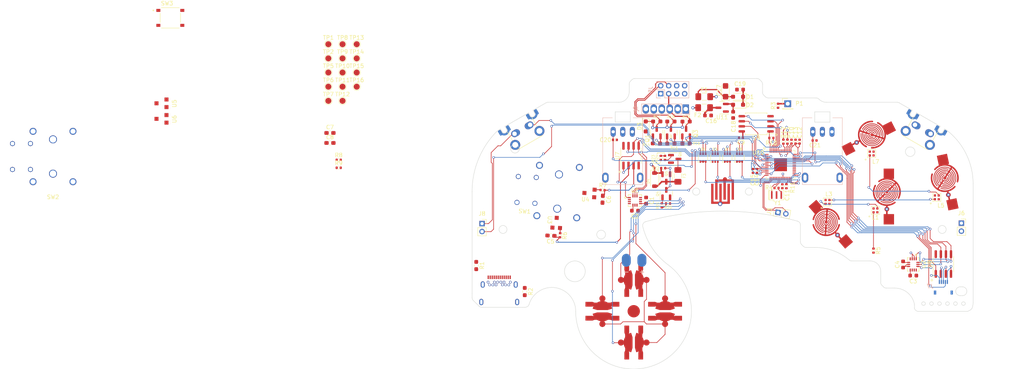
<source format=kicad_pcb>
(kicad_pcb (version 20221018) (generator pcbnew)
  (layers (0 "F.Cu" signal) (1 "In1.Cu" signal) (2 "In2.Cu" signal) (31 "B.Cu" signal) (34 "B.Paste" user) (35 "F.Paste" user) (36 "B.SilkS" user "B.Silkscreen") (37 "F.SilkS" user "F.Silkscreen") (38 "B.Mask" user) (39 "F.Mask" user) (44 "Edge.Cuts" user))
  (net 0 "")
  (net 1 "GND")
  (net 2 "+3V3")
  (net 3 "LX")
  (net 4 "LY")
  (net 5 "RX")
  (net 6 "RY")
  (net 7 "+1V1")
  (net 8 "+5V")
  (net 9 "Net-(D1-A)")
  (net 10 "Net-(D2-A)")
  (net 11 "SHARED_PU")
  (net 12 "RUMBLE-")
  (net 13 "+3.3V_PRE")
  (net 14 "+5V_PRE")
  (net 15 "Net-(Q6-D)")
  (net 16 "UART0_TX")
  (net 17 "UART0_RX")
  (net 18 "TOUCH_OUT")
  (net 19 "N_LATCH_3.3")
  (net 20 "N_LATCH")
  (net 21 "N_CLOCK_3.3")
  (net 22 "N_CLOCK")
  (net 23 "N_DATA_3.3")
  (net 24 "N_DATA")
  (net 25 "Net-(Q4-G)")
  (net 26 "Net-(Q4-D)")
  (net 27 "Net-(Q6-G)")
  (net 28 "/CC1")
  (net 29 "/CC2")
  (net 30 "TOUCH_IN")
  (net 31 "Net-(R4-Pad1)")
  (net 32 "XTAL_OUT")
  (net 33 "ABXY_RGB")
  (net 34 "RGB_OUT")
  (net 35 "Net-(U3-VOUT)")
  (net 36 "Net-(U4-VOUT)")
  (net 37 "Net-(U5-VOUT)")
  (net 38 "Net-(U6-VOUT)")
  (net 39 "/QSPI_SS")
  (net 40 "/~{USB_BOOT}")
  (net 41 "/RUN")
  (net 42 "D+")
  (net 43 "Net-(U10-USB_DP)")
  (net 44 "D-")
  (net 45 "Net-(U10-USB_DM)")
  (net 46 "R_BRAKE")
  (net 47 "RUMBLE")
  (net 48 "/QSPI_SD1")
  (net 49 "/QSPI_SD2")
  (net 50 "/QSPI_SD0")
  (net 51 "/QSPI_SCLK")
  (net 52 "/QSPI_SD3")
  (net 53 "SPI_RX")
  (net 54 "LADC_CS")
  (net 55 "SPI_CK")
  (net 56 "SPI_TX")
  (net 57 "RADC_CS")
  (net 58 "RS_BUTTON")
  (net 59 "LS_BUTTON")
  (net 60 "Start_Button")
  (net 61 "XTAL_IN")
  (net 62 "/SWCLK")
  (net 63 "/SWD")
  (net 64 "Push_A")
  (net 65 "Push_B")
  (net 66 "Push_C")
  (net 67 "Push_D")
  (net 68 "Scan_A")
  (net 69 "Scan_B")
  (net 70 "Scan_C")
  (net 72 "L_ANALOG")
  (net 73 "R_ANALOG")
  (net 74 "IMU0_CS")
  (net 75 "IMU1_CS")
  (net 76 "DU_Pull")
  (net 77 "ZL_Pull")
  (net 78 "X_Pull")
  (net 79 "DD_Pull")
  (net 80 "R_Pull")
  (net 81 "Y_Pull")
  (net 82 "DR_Pull")
  (net 83 "ZR_Pull")
  (net 84 "A_Pull")
  (net 85 "DL_Pull")
  (net 86 "L_Pull")
  (net 87 "B_Pull")
  (net 90 "Net-(L1-DOUT)")
  (net 91 "Net-(L3-DOUT)")
  (net 92 "Net-(L5-DOUT)")
  (net 93 "NC")
  (footprint "Diode_SMD:D_SOD-323_HandSoldering" (layer "F.Cu") (at 127.893629 30.406258 180)
    (fp_text reference "D2")
    (fp_text value "CUS08F30" hide)
  )
  (footprint "uniphob_footprints:GH39F" (layer "F.Cu") (at 82.820923 52.183168 -93)
    (fp_text reference "U3")
    (fp_text value "GH39F (Hall SOT23)")
  )
  (footprint "Resistor_SMD:R_0402_1005Metric" (layer "F.Cu") (at 161.81602 66.990354 -90)
    (fp_text reference "R5")
    (fp_text value "330")
  )
  (footprint "TestPoint:TestPoint_Pad_D1.5mm" (layer "F.Cu") (at 25.275 15.226)
    (fp_text reference "TP1")
    (fp_text value "TestPoint")
  )
  (footprint "Capacitor_Tantalum_SMD:CP_EIA-3216-18_Kemet-A" (layer "F.Cu") (at 124.762304 27.036883 90)
    (fp_text reference "C17")
    (fp_text value "47uF 6.3v" hide)
  )
  (footprint "uniphob_footprints:Shou Han Type-C 24P QCHT" (layer "F.Cu") (at 68.072 81.745)
    (fp_text reference "J1" hide)
    (fp_text value "USB_C_Receptacle" hide)
  )
  (footprint "Diode_SMD:D_SOD-323_HandSoldering" (layer "F.Cu") (at 104.773909 35.849521 -90)
    (fp_text reference "D3")
    (fp_text value "CUS08F30" hide)
  )
  (footprint "uniphob_footprints:ABXY_Contact_Omron_Switch_Circley" (layer "F.Cu") (at 149.988672 59.843583 41)
    (fp_text reference "SW5" hide)
    (fp_text value "BPAD" hide)
  )
  (footprint "Capacitor_SMD:C_0402_1005Metric" (layer "F.Cu") (at 138.988816 50.838881 -90)
    (fp_text reference "C11")
    (fp_text value "100n" hide)
  )
  (footprint "Resistor_SMD:R_0603_1608Metric_Pad0.98x0.95mm_HandSolder" (layer "F.Cu") (at 111.071399 40.127145)
    (fp_text reference "R15")
    (fp_text value "1k" hide)
  )
  (footprint "uniphob_footprints:ABXY_Contact_Omron_Switch_Circley" (layer "F.Cu") (at 161.422891 37.913669 -63)
    (fp_text reference "SW7" hide)
    (fp_text value "BPAD" hide)
  )
  (footprint "TestPoint:TestPoint_Pad_D1.5mm" (layer "F.Cu") (at 28.825 29.426)
    (fp_text reference "TP12")
    (fp_text value "TestPoint")
  )
  (footprint "Capacitor_SMD:C_0603_1608Metric" (layer "F.Cu") (at 104.864545 54.435762 -90)
    (fp_text reference "C1")
    (fp_text value "100nF")
  )
  (footprint "Package_TO_SOT_SMD:SOT-23" (layer "F.Cu") (at 109.914783 48.767306 -90)
    (fp_text reference "Q5")
    (fp_text value "Q_PMOS_GDS" hide)
  )
  (footprint "Capacitor_SMD:C_0402_1005Metric" (layer "F.Cu") (at 141.274816 39.662881 -90)
    (fp_text reference "C10")
    (fp_text value "100n")
  )
  (footprint "Resistor_SMD:R_0402_1005Metric" (layer "F.Cu") (at 108.805624 55.635099 90)
    (fp_text reference "R21")
    (fp_text value "100R" hide)
  )
  (footprint "uniphob_footprints:GH39F" (layer "F.Cu") (at -24.373 33.942)
    (fp_text reference "U6")
    (fp_text value "GH39F (Hall SOT23)")
  )
  (footprint "Resistor_SMD:R_0402_1005Metric" (layer "F.Cu") (at 140.258816 39.662881 -90)
    (fp_text reference "R13")
    (fp_text value "27")
  )
  (footprint "uniphob_footprints:LGA14" (layer "F.Cu") (at 171.776069 70.45579 90)
    (fp_text reference "U2")
    (fp_text value "ST_LSM6" hide)
  )
  (footprint "uniphob_footprints:SK6805-EC-15" (layer "F.Cu") (at 162.306 56.896)
    (fp_text reference "L1")
    (fp_text value "SK6805-EC-15" hide)
  )
  (footprint "Package_TO_SOT_SMD:SOT-23" (layer "F.Cu") (at 114.881494 37.399868 90)
    (fp_text reference "Q3")
    (fp_text value "BSS138" hide)
  )
  (footprint "Capacitor_SMD:C_0603_1608Metric" (layer "F.Cu") (at 102.070545 56.975762 180)
    (fp_text reference "C2")
    (fp_text value "100nF")
  )
  (footprint "Resistor_SMD:R_0402_1005Metric" (layer "F.Cu") (at 93.952923 51.816 -3)
    (fp_text reference "R7")
    (fp_text value "1k")
  )
  (footprint "Fuse:Fuse_1206_3216Metric_Pad1.42x1.75mm_HandSolder" (layer "F.Cu") (at 112.834775 48.242373 90)
    (fp_text reference "F3")
    (fp_text value "Fuse" hide)
  )
  (footprint "Package_SO:SOIC-8_5.23x5.23mm_P1.27mm" (layer "F.Cu") (at 132.42235 35.18572 180)
    (fp_text reference "U9")
    (fp_text value "W25Q128JVS" hide)
  )
  (footprint "Capacitor_SMD:C_0402_1005Metric" (layer "F.Cu") (at 143.306816 39.662881 90)
    (fp_text reference "C12")
    (fp_text value "100n")
  )
  (footprint "Resistor_SMD:R_0402_1005Metric" (layer "F.Cu") (at 27.865 44.226)
    (fp_text reference "R8")
    (fp_text value "1k")
  )
  (footprint "uniphob_footprints:SOT-363_SC-70-6" (layer "F.Cu") (at 122.174 43.688 90)
    (fp_text reference "D6")
    (fp_text value "BAS16VY,115" hide)
  )
  (footprint "TestPoint:TestPoint_Pad_D1.5mm" (layer "F.Cu") (at 25.275 22.326)
    (fp_text reference "TP5")
    (fp_text value "TestPoint")
  )
  (footprint "uniphob_footprints:Start_Contact" (layer "F.Cu") (at 124.015016 52.185443)
    (fp_text reference "SW16" hide)
    (fp_text value "BPAD" hide)
  )
  (footprint "Capacitor_SMD:C_0603_1608Metric" (layer "F.Cu") (at 171.776069 73.24979 180)
    (fp_text reference "C3")
    (fp_text value "100nF")
  )
  (footprint "Capacitor_SMD:C_0402_1005Metric" (layer "F.Cu") (at 131.622816 47.000881 90)
    (fp_text reference "C15")
    (fp_text value "100n")
  )
  (footprint "uniphob_footprints:SOIC-8_3.9x4.9mm_P1.27mm" (layer "F.Cu") (at 179.324 70.358 90)
    (fp_text reference "U8")
    (fp_text value "MCP3002")
  )
  (footprint "Capacitor_SMD:C_0402_1005Metric" (layer "F.Cu") (at 128.61235 38.74172 180)
    (fp_text reference "C9")
    (fp_text value "100n" hide)
  )
  (footprint "Capacitor_SMD:C_0603_1608Metric_Pad1.08x0.95mm_HandSolder" (layer "F.Cu") (at 25.675 37.476)
    (fp_text reference "C7")
    (fp_text value ".047u")
  )
  (footprint "Package_TO_SOT_SMD:SOT-23" (layer "F.Cu") (at 107.515494 37.399868 90)
    (fp_text reference "Q1")
    (fp_text value "BSS138" hide)
  )
  (footprint "uniphob_footprints:Z_Switch_Edge_Omron" (layer "F.Cu") (at 174.167283 36.559936 -30)
    (fp_text reference "SW14" hide)
    (fp_text value "BPAD" hide)
  )
  (footprint "Resistor_SMD:R_0402_1005Metric" (layer "F.Cu") (at 27.865 46.216)
    (fp_text reference "R9")
    (fp_text value "1k")
  )
  (footprint "TestPoint:TestPoint_Pad_D1.5mm" (layer "F.Cu") (at 32.375 18.776)
    (fp_text reference "TP14")
    (fp_text value "TestPoint")
  )
  (footprint "Fuse:Fuse_1206_3216Metric_Pad1.42x1.75mm_HandSolder" (layer "F.Cu") (at 119.424778 28.389061 180)
    (fp_text reference "F1")
    (fp_text value "Fuse")
  )
  (footprint "Capacitor_SMD:C_0603_1608Metric" (layer "F.Cu") (at 126.664163 32.946494 -90)
    (fp_text reference "C18")
    (fp_text value "2.2uF" hide)
  )
  (footprint "uniphob_footprints:SK6805-EC-15" (layer "F.Cu") (at 177.684099 53.634687)
    (fp_text reference "L5")
    (fp_text value "SK6805-EC-15" hide)
  )
  (footprint "Package_TO_SOT_SMD:SOT-23" (layer "F.Cu") (at 111.071494 37.399868 90)
    (fp_text reference "Q2")
    (fp_text value "BSS138" hide)
  )
  (footprint "Resistor_SMD:R_0402_1005Metric" (layer "F.Cu") (at 136.23235 38.74172)
    (fp_text reference "R10")
    (fp_text value "1k" hide)
  )
  (footprint "Resistor_SMD:R_0603_1608Metric_Pad0.98x0.95mm_HandSolder" (layer "F.Cu") (at 111.071494 34.605868)
    (fp_text reference "R18")
    (fp_text value "1k" hide)
  )
  (footprint "Diode_SMD:D_SOD-323_HandSoldering" (layer "F.Cu") (at 127.89395 28.393879 180)
    (fp_text reference "D1")
    (fp_text value "CUS08F30" hide)
  )
  (footprint "uniphob_footprints:GH39F" (layer "F.Cu") (at -24.373 30.042)
    (fp_text reference "U5")
    (fp_text value "GH39F (Hall SOT23)")
  )
  (footprint "Package_TO_SOT_SMD:SOT-23" (layer "F.Cu") (at 109.914784 52.702404 90)
    (fp_text reference "Q4")
    (fp_text value "Q_NMOS_GSD" hide)
  )
  (footprint "Capacitor_SMD:C_0603_1608Metric" (layer "F.Cu") (at 169.236069 70.46879 90)
    (fp_text reference "C4")
    (fp_text value "100nF")
  )
  (footprint "uniphob_footprints:SK6805-EC-15" (layer "F.Cu") (at 161.364311 42.642736)
    (fp_text reference "L7")
    (fp_text value "SK6805-EC-15" hide)
  )
  (footprint "Resistor_SMD:R_0402_1005Metric" (layer "F.Cu") (at 137.523787 51.276986 180)
    (fp_text reference "R4")
    (fp_text value "1k" hide)
  )
  (footprint "Resistor_SMD:R_0603_1608Metric_Pad0.98x0.95mm_HandSolder" (layer "F.Cu") (at 107.53143 34.598354)
    (fp_text reference "R17")
    (fp_text value "1k" hide)
  )
  (footprint "Capacitor_SMD:C_0603_1608Metric_Pad1.08x0.95mm_HandSolder" (layer "F.Cu") (at 25.675 39.986)
    (fp_text reference "C8")
    (fp_text value ".047u")
  )
  (footprint "uniphob_footprints:GL18" (layer "F.Cu") (at 82.820923 52.183168 -3)
    (fp_text reference "SW1")
    (fp_text value "GL18_SW")
  )
  (footprint "uniphob_footprints:SOIC-8_3.9x4.9mm_P1.27mm" (layer "F.Cu") (at 101.092 43.18 90)
    (fp_text reference "U7")
    (fp_text value "MCP3002" hide)
  )
  (footprint "Resistor_SMD:R_0402_1005Metric" (layer "F.Cu") (at 109.141683 46.308645 180)
    (fp_text reference "R22")
    (fp_text value "10k" hide)
  )
  (footprint "Resistor_SMD:R_0402_1005Metric" (layer "F.Cu") (at 140.004816 50.838881 90)
    (fp_text reference "R11")
    (fp_text value "10k" hide)
  )
  (footprint "TestPoint:TestPoint_Pad_D1.5mm" (layer "F.Cu") (at 28.825 25.876)
    (fp_text reference "TP11")
    (fp_text value "TestPoint")
  )
  (footprint "uniphob_footprints:SW_TS-1187A-B-A-B" (layer "F.Cu") (at -14.313 8.617)
    (fp_text reference "SW3")
    (fp_text value "TS-1187A-B-A-B")
  )
  (footprint "Resistor_SMD:R_0402_1005Metric" (layer "F.Cu") (at 137.907934 30.655191 90)
    (fp_text reference "R3")
    (fp_text value "500K" hide)
  )
  (footprint "Fuse:Fuse_1206_3216Metric_Pad1.42x1.75mm_HandSolder" (layer "F.Cu") (at 119.39516 31.143566)
    (fp_text reference "F2")
    (fp_text value "Fuse" hide)
  )
  (footprint "Capacitor_SMD:C_0603_1608Metric" (layer "F.Cu") (at 128.395971 26.602716)
    (fp_text reference "C19")
    (fp_text value "10u")
  )
  (footprint "Package_TO_SOT_SMD:SOT-23" (layer "F.Cu") (at 123.900518 31.158376 180)
    (fp_text reference "U11")
    (fp_text value "LP3986-33B3F" hide)
  )
  (footprint "Capacitor_SMD:C_0402_1005Metric" (layer "F.Cu") (at 132.638816 47.000881 90)
    (fp_text reference "C14")
    (fp_text value "100n")
  )
  (footprint "uniphob_footprints:ABXY_Contact_Omron_Switch_Circley" (layer "F.Cu") (at 165.165016 52.285443)
    (fp_text reference "SW4" hide)
    (fp_text value "BPAD" hide)
  )
  (footprint "Package_DFN_QFN:QFN-56-1EP_7x7mm_P0.4mm_EP3.2x3.2mm" (layer "F.Cu") (at 138.543832 45.466881)
    (fp_text reference "U10")
    (fp_text value "RP2040")
  )
  (footprint "Resistor_SMD:R_0603_1608Metric_Pad0.98x0.95mm_HandSolder" (layer "F.Cu") (at 62.317045 70.732114 90)
    (fp_text reference "R1")
    (fp_text value "5.1k" hide)
  )
  (footprint "TestPoint:TestPoint_Pad_D1.5mm" (layer "F.Cu") (at 32.375 22.326)
    (fp_text reference "TP15")
    (fp_text value "TestPoint")
  )
  (footprint "Capacitor_SMD:C_0402_1005Metric" (layer "F.Cu") (at 142.290816 39.662881 90)
    (fp_text reference "C13")
    (fp_text value "1u")
  )
  (footprint "Resistor_SMD:R_0402_1005Metric" (layer "F.Cu") (at 108.547221 43.731995 90)
    (fp_text reference "R23")
    (fp_text value "10k" hide)
  )
  (footprint "TestPoint:TestPoint_Pad_D1.5mm" (layer "F.Cu") (at 25.275 29.426)
    (fp_text reference "TP7")
    (fp_text value "TestPoint")
  )
  (footprint "uniphob_footprints:Z_Switch_Edge_Omron" (layer "F.Cu") (at 73.864397 36.559936 30)
    (fp_text reference "SW12" hide)
    (fp_text value "BPAD" hide)
  )
  (footprint "Capacitor_SMD:C_0402_1005Metric" (layer "F.Cu") (at 147.066 39.37)
    (fp_text reference "C21")
    (fp_text value "100n" hide)
  )
  (footprint "Capacitor_SMD:C_0603_1608Metric_Pad1.08x0.95mm_HandSolder" (layer "F.Cu") (at 93.98 54.102 87)
    (fp_text reference "C6")
    (fp_text value ".047u")
  )
  (footprint "uniphob_footprints:Dpad_Contact_TL3315NF_2_gba" (layer "F.Cu") (at 101.765016 90.045443 90)
    (fp_text reference "SW9" hide)
    (fp_text value "DPAD" hide)
  )
  (footprint "TestPoint:TestPoint_Pad_D1.5mm" (layer "F.Cu") (at 32.375 25.876)
    (fp_text reference "TP16")
    (fp_text value "TestPoint")
  )
  (footprint "TestPoint:TestPoint_Pad_D1.5mm" (layer "F.Cu") (at 32.375 15.226)
    (fp_text reference "TP13")
    (fp_text value "TestPoint")
  )
  (footprint "Resistor_SMD:R_0402_1005Metric" (layer "F.Cu") (at 139.242816 39.662881 -90)
    (fp_text reference "R12")
    (fp_text value "27")
  )
  (footprint "uniphob_footprints:GH39F" (layer "F.Cu") (at 82.820923 52.183168 -3)
    (fp_text reference "U4")
    (fp_text value "GH39F (Hall SOT23)")
  )
  (footprint "Capacitor_SMD:C_0603_1608Metric" (layer "F.Cu") (at 120.376936 33.095859)
    (fp_text reference "C16")
    (fp_text value "2.2uF" hide)
  )
  (footprint "Connector_PinHeader_2.54mm:PinHeader_1x01_P2.54mm_Vertical" (layer "F.Cu") (at 140.333916 30.150083)
    (fp_text reference "P1")
    (fp_text value "Endpoint" hide)
  )
  (footprint "Package_TO_SOT_SMD:SOT-23" (layer "F.Cu") (at 112.029639 43.986492)
    (fp_text reference "Q6")
    (fp_text value "Q_NMOS_GSD" hide)
  )
  (footprint "uniphob_footprints:LGA14" (layer "F.Cu") (at 102.070545 54.435762 180)
    (fp_text reference "U1")
    (fp_text value "ST_LSM6" hide)
  )
  (footprint "TestPoint:TestPoint_Pad_D1.5mm" (layer "F.Cu") (at 28.825 18.776)
    (fp_text reference "TP9")
    (fp_text value "TestPoint")
  )
  (footprint "Diode_SMD:D_SOD-123" (layer "F.Cu") (at 106.977135 49.191117 -90)
    (fp_text reference "D4")
    (fp_text value "M7C" hide)
  )
  (footprint "Resistor_SMD:R_0402_1005Metric" (layer "F.Cu") (at 109.577164 43.731449 -90)
    (fp_text reference "R24")
    (fp_text value "100R" hide)
  )
  (footprint "Resistor_SMD:R_0603_1608Metric_Pad0.98x0.95mm_HandSolder" (layer "F.Cu") (at 114.881493 34.623166)
    (fp_text reference "R19")
    (fp_text value "1k" hide)
  )
  (footprint "uniphob_footprints:Dpad_Contact_TL3315NF_2_gba" (layer "F.Cu") (at 93.915016 82.195443)
    (fp_text reference "SW10" hide)
    (fp_text value "DPAD" hide)
  )
  (footprint "Connector_PinSocket_2.00mm:PinSocket_1x02_P2.00mm_Vertical" (layer "F.Cu") (at 183.84084 60.109936)
    (fp_text reference "J6")
    (fp_text value "Conn_01x02_Socket")
  )
  (footprint "Resistor_SMD:R_0603_1608Metric_Pad0.98x0.95mm_HandSolder" (layer "F.Cu") (at 74.462666 77.260728 90)
    (fp_text reference "R2")
    (fp_text value "5.1k" hide)
  )
  (footprint "uniphob_footprints:GL18" (layer "F.Cu") (at -43.698 43.392)
    (fp_text reference "SW2")
    (fp_text value "GL18_SW")
  )
  (footprint "uniphob_footprints:Dpad_Contact_TL3315NF_2_gba" (layer "F.Cu") (at 109.615016 82.195443)
    (fp_text reference "SW11" hide)
    (fp_text value "DPAD" hide)
  )
  (footprint "Connector_PinSocket_2.00mm:PinSocket_1x02_P2.00mm_Vertical" (layer "F.Cu") (at 63.771732 60.21401)
    (fp_text reference "J8")
    (fp_text value "Conn_01x02_Socket")
  )
  (footprint "TestPoint:TestPoint_Pad_D1.5mm" (layer "F.Cu") (at 28.825 22.326)
    (fp_text reference "TP10")
    (fp_text value "TestPoint")
  )
  (footprint "Resistor_SMD:R_0603_1608Metric_Pad0.98x0.95mm_HandSolder" (layer "F.Cu") (at 107.449494 40.115368)
    (fp_text reference "R14")
    (fp_text value "1k" hide)
  )
  (footprint "uniphob_footprints:SOT-363_SC-70-6" (layer "F.Cu") (at 125.222 43.688 90)
    (fp_text reference "D7")
    (fp_text value "BAS16VY,115" hide)
  )
  (footprint "uniphob_footprints:SOT-363_SC-70-6" (layer "F.Cu") (at 119.126 43.688 90)
    (fp_text reference "D5")
    (fp_text value "BAS16VY,115" hide)
  )
  (footprint "Connector_PinHeader_2.00mm:PinHeader_1x02_P2.00mm_Vertical" (layer "F.Cu") (at 137.900143 57.414321 80)
    (fp_text reference "J3")
    (fp_text value "Conn_01x02_Pin" hide)
  )
  (footprint "Resistor_SMD:R_0603_1608Metric_Pad0.98x0.95mm_HandSolder" (layer "F.Cu") (at 114.871369 40.127145)
    (fp_text reference "R16")
    (fp_text value "1k" hide)
  )
  (footprint "uniphob_footprints:SOT-363_SC-70-6" (layer "F.Cu") (at 128.27 43.688 90)
    (fp_text reference "D8")
    (fp_text value "BAS16VY,115" hide)
  )
  (footprint "uniphob_footprints:ABXY_Contact_Omron_Switch_Circley" (layer "F.Cu") (at 179.677976 48.795045 12)
    (fp_text reference "SW6" hide)
    (fp_text value "BPAD" hide)
  )
  (footprint "uniphob_footprints:SK6805-EC-15" (layer "F.Cu") (at 150.294191 54.780318)
    (fp_text reference "L3")
    (fp_text value "SK6805-EC-15" hide)
  )
  (footprint "TestPoint:TestPoint_Pad_D1.5mm" (layer "F.Cu") (at 25.275 25.876)
    (fp_text reference "TP6")
    (fp_text value "TestPoint")
  )
  (footprint "uniphob_footprints:Dpad_Contact_TL3315NF_2_gba" (layer "F.Cu") (at 101.765016 74.345443 90)
    (fp_text reference "SW8" hide)
    (fp_text value "DPAD" hide)
  )
  (footprint "TestPoint:TestPoint_Pad_D1.5mm" (layer "F.Cu") (at 28.825 15.226)
    (fp_text reference "TP8")
    (fp_text value "TestPoint")
  )
  (footprint "Capacitor_SMD:C_0402_1005Metric" (layer "F.Cu") (at 97.052026 39.212108)
    (fp_text reference "C20")
    (fp_text value "100n" hide)
  )
  (footprint "Resistor_SMD:R_0402_1005Metric" (layer "F.Cu") (at 110.356568 55.174515 180)
    (fp_text reference "R20")
    (fp_text value "10k" hide)
  )
  (footprint "TestPoint:TestPoint_Pad_D1.5mm" (layer "F.Cu") (at 25.275 18.776)
    (fp_text reference "TP2")
    (fp_text value "TestPoint")
  )
  (footprint "Capacitor_SMD:C_0603_1608Metric_Pad1.08x0.95mm_HandSolder" (layer "F.Cu") (at 81.026 63.246 -3)
    (fp_text reference "C5")
    (fp_text value ".047u")
  )
  (footprint "Resistor_SMD:R_0402_1005Metric" (layer "F.Cu") (at 83.312 63.139 -93)
    (fp_text reference "R6")
    (fp_text value "1k")
  )
  (footprint "Crystal:Resonator_SMD_Murata_CSTxExxV-3Pin_3.0x1.1mm" (layer "F.Cu") (at 137.532975 53.053687)
    (fp_text reference "Y1")
    (fp_text value "Crystal_GND3")
  )
  (footprint "uniphob_footprints:molex_5034800540" (layer "B.Cu") (at 179.324 76.454 180)
    (fp_text reference "J7")
    (fp_text value "Conn_01x05_Pin")
  )
  (footprint "uniphob_footprints:GCC_Header_Straight_1x06_Pitch2.00mm" (layer "B.Cu") (at 114.7847 31.477104 90)
    (fp_text reference "J2")
    (fp_text value "Conn_01x06_Female")
  )
  (footprint "uniphob_footprints:GCC_Slider" (layer "B.Cu") (at 99.01584 37.184936 180)
    (fp_text reference "RV1" hide)
    (fp_text value "Slider_GCC-Gamecube_MB" hide)
  )
  (footprint "uniphob_footprints:rumble_pins" (layer "B.Cu") (at 103.012 69.4265 90)
    (fp_text reference "J4" hide)
    (fp_text value "Rumble" hide)
  )
  (footprint "Connector_PinSocket_2.00mm:PinSocket_2x04_P2.00mm_Vertical" (layer "B.Cu") (at 108.51584 27.634936 -90)
    (fp_text reference "J5")
    (fp_text value "Conn_02x04_Counter_Clockwise")
  )
  (footprint "uniphob_footprints:GCC_Slider" (layer "B.Cu") (at 149.01584 37.184936 180)
    (fp_text reference "RV2" hide)
    (fp_text value "Slider_GCC-Gamecube_MB" hide)
  )
  (gr_circle (center 101.765016 82.195443) (end 103.265016 82.195443) (stroke (width 0.1)) (fill solid) (layer "F.Cu"))
  (gr_line (start 109.449796 42.501019) (end 109.603202 42.763254) (stroke (width 0.15)) (layer "F.SilkS"))
  (gr_circle (center 98.3067 47.244) (end 98.448201 47.415823) (stroke (width 0.15)) (fill none) (layer "F.SilkS"))
  (gr_line (start 106.779918 45.135082) (end 108.282525 45.135082) (stroke (width 0.15)) (layer "F.SilkS"))
  (gr_line (start 106.618202 44.811651) (end 106.779918 45.135082) (stroke (width 0.15)) (layer "F.SilkS"))
  (gr_line (start 107.68283 42.500466) (end 109.449796 42.501019) (stroke (width 0.15)) (layer "F.SilkS"))
  (gr_circle (center 134.469711 41.352783) (end 134.611212 41.524606) (stroke (width 0.15)) (fill none) (layer "F.SilkS"))
  (gr_circle (center 137.439915 37.937861) (end 137.581416 38.109684) (stroke (width 0.15)) (fill none) (layer "F.SilkS"))
  (gr_line (start 108.282525 45.135082) (end 108.450979 44.791437) (stroke (width 0.15)) (layer "F.SilkS"))
  (gr_circle (center 176.424098 74.383985) (end 176.565599 74.555808) (stroke (width 0.15)) (fill none) (layer "F.SilkS"))
  (gr_line (start 107.575019 42.830635) (end 107.68283 42.500466) (stroke (width 0.15)) (layer "F.SilkS"))
  (gr_line (start 167.755942 29.792043) (end 150.022946 29.792043) (stroke (width 0.1)) (layer "Edge.Cuts"))
  (gr_arc (start 110.387383 70.565455) (mid 108.227386 95.151285) (end 87.222945 82.192043) (stroke (width 0.1)) (layer "Edge.Cuts"))
  (gr_arc (start 75.551132 80.479335) (mid 82.126905 76.293641) (end 87.222945 82.192043) (stroke (width 0.1)) (layer "Edge.Cuts"))
  (gr_line (start 172.617549 32.433939) (end 172.218772 33.127464) (stroke (width 0.1)) (layer "Edge.Cuts"))
  (gr_line (start 165.037159 76.392043) (end 167.160754 76.392042) (stroke (width 0.1)) (layer "Edge.Cuts"))
  (gr_line (start 132.608732 23.821685) (end 102.037159 23.821685) (stroke (width 0.1)) (layer "Edge.Cuts"))
  (gr_arc (start 69.917945 36.517068) (mid 69.678443 37.404521) (end 68.790967 37.16508) (stroke (width 0.1)) (layer "Edge.Cuts"))
  (gr_line (start 143.815839 65.484936) (end 144.230052 65.899149) (stroke (width 0.1)) (layer "Edge.Cuts"))
  (gr_arc (start 104.024704 60.941416) (mid 104.14 60.198) (end 104.736832 59.740012) (stroke (width 0.1)) (layer "Edge.Cuts"))
  (gr_arc (start 143.815839 65.484936) (mid 143.599066 65.160513) (end 143.522946 64.777829) (stroke (width 0.1)) (layer "Edge.Cuts"))
  (gr_line (start 75.812908 33.127464) (end 75.414131 32.433939) (stroke (width 0.1)) (layer "Edge.Cuts"))
  (gr_arc (start 167.160754 76.392042) (mid 170.388241 77.573228) (end 172.090822 80.558709) (stroke (width 0.1)) (layer "Edge.Cuts"))
  (gr_arc (start 133.730052 24.528792) (mid 133.946825 24.853215) (end 134.022946 25.235899) (stroke (width 0.1)) (layer "Edge.Cuts"))
  (gr_line (start 76.541109 31.785927) (end 76.939886 32.479452) (stroke (width 0.1)) (layer "Edge.Cuts"))
  (gr_line (start 163.622946 72.192043) (end 163.622946 74.977829) (stroke (width 0.1)) (layer "Edge.Cuts"))
  (gr_circle (center 87.01584 72.184936) (end 84.41584 72.184936) (stroke (width 0.1)) (fill none) (layer "Edge.Cuts"))
  (gr_line (start 98.008734 29.792043) (end 80.275738 29.792043) (stroke (width 0.1)) (layer "Edge.Cuts"))
  (gr_line (start 147.11584 32.184936) (end 150.91584 32.184936) (stroke (width 0.1)) (layer "Edge.Cuts"))
  (gr_line (start 73.97184 81.194893) (end 74.59584 81.194936) (stroke (width 0.1)) (layer "Edge.Cuts"))
  (gr_line (start 68.790967 37.16508) (end 68.39219 36.471556) (stroke (width 0.1)) (layer "Edge.Cuts"))
  (gr_line (start 180.022946 36.692043) (end 179.63949 36.471556) (stroke (width 0.1)) (layer "Edge.Cuts"))
  (gr_line (start 144.937159 66.192043) (end 147.022946 66.192042) (stroke (width 0.1)) (layer "Edge.Cuts"))
  (gr_line (start 171.091794 32.479452) (end 171.490571 31.785927) (stroke (width 0.1)) (layer "Edge.Cuts"))
  (gr_circle (center 69.01584 61.684936) (end 68.01584 61.684936) (stroke (width 0.1)) (fill none) (layer "Edge.Cuts"))
  (gr_line (start 134.022946 27.279311) (end 134.022946 25.235899) (stroke (width 0.1)) (layer "Edge.Cuts"))
  (gr_line (start 147.11584 34.784936) (end 147.11584 32.184936) (stroke (width 0.1)) (layer "Edge.Cuts"))
  (gr_arc (start 75.551132 80.479335) (mid 75.191355 80.994486) (end 74.59584 81.194936) (stroke (width 0.1)) (layer "Edge.Cuts"))
  (gr_line (start 178.512512 35.823543) (end 172.617549 32.433939) (stroke (width 0.1)) (layer "Edge.Cuts"))
  (gr_line (start 143.522946 60.566233) (end 143.522946 64.777829) (stroke (width 0.1)) (layer "Edge.Cuts"))
  (gr_line (start 97.11584 32.184936) (end 100.91584 32.184936) (stroke (width 0.1)) (layer "Edge.Cuts"))
  (gr_line (start 150.91584 32.184936) (end 150.91584 34.784936) (stroke (width 0.1)) (layer "Edge.Cuts"))
  (gr_line (start 172.090822 80.558709) (end 172.075248 81.397726) (stroke (width 0.1)) (layer "Edge.Cuts"))
  (gr_arc (start 165.037159 76.392043) (mid 164.654475 76.315922) (end 164.330052 76.099149) (stroke (width 0.1)) (layer "Edge.Cuts"))
  (gr_line (start 173.061261 82.23106) (end 185.343158 82.23106) (stroke (width 0.1)) (layer "Edge.Cuts"))
  (gr_line (start 75.414131 32.433939) (end 69.519168 35.823543) (stroke (width 0.1)) (layer "Edge.Cuts"))
  (gr_arc (start 180.669496 37.202073) (mid 185.157363 43.022274) (end 186.772946 50.192043) (stroke (width 0.1)) (layer "Edge.Cuts"))
  (gr_circle (center 93.599218 62.968314) (end 92.499218 62.968314) (stroke (width 0.1)) (fill none) (layer "Edge.Cuts"))
  (gr_circle (center 184.34504 80.277536) (end 183.89504 80.277536) (stroke (width 0.1)) (fill none) (layer "Edge.Cuts"))
  (gr_line (start 133.730052 24.528792) (end 133.315839 24.114579) (stroke (width 0.1)) (layer "Edge.Cuts"))
  (gr_line (start 61.56584 79.484936) (end 62.980053 80.899149) (stroke (width 0.1)) (layer "Edge.Cuts"))
  (gr_circle (center 179.01584 61.684936) (end 178.01584 61.684936) (stroke (width 0.1)) (fill none) (layer "Edge.Cuts"))
  (gr_arc (start 161.022946 69.592043) (mid 162.861424 70.353565) (end 163.622946 72.192043) (stroke (width 0.1)) (layer "Edge.Cuts"))
  (gr_line (start 61.272947 61.746936) (end 61.272947 77.718936) (stroke (width 0.1)) (layer "Edge.Cuts"))
  (gr_arc (start 186.772946 79.977829) (mid 186.701921 80.767492) (end 186.464478 81.523953) (stroke (width 0.1)) (layer "Edge.Cuts"))
  (gr_line (start 61.272947 77.718936) (end 61.27284 78.777829) (stroke (width 0.1)) (layer "Edge.Cuts"))
  (gr_line (start 64.67084 81.194893) (end 73.97184 81.194893) (stroke (width 0.1)) (layer "Edge.Cuts"))
  (gr_arc (start 79.777267 29.925136) (mid 80.017771 29.825887) (end 80.275738 29.792043) (stroke (width 0.1)) (layer "Edge.Cuts"))
  (gr_circle (center 171.01584 42.184936) (end 169.81584 42.184936) (stroke (width 0.1)) (fill none) (layer "Edge.Cuts"))
  (gr_line (start 79.777267 29.925136) (end 76.541109 31.785927) (stroke (width 0.1)) (layer "Edge.Cuts"))
  (gr_line (start 68.39219 36.471556) (end 68.008734 36.692043) (stroke (width 0.1)) (layer "Edge.Cuts"))
  (gr_circle (center 182.34504 80.277536) (end 181.89504 80.277536) (stroke (width 0.1)) (fill none) (layer "Edge.Cuts"))
  (gr_line (start 183.51584 78.284936) (end 184.11584 78.284936) (stroke (width 0.1)) (layer "Edge.Cuts"))
  (gr_arc (start 135.437159 28.693525) (mid 135.054475 28.617405) (end 134.730052 28.400632) (stroke (width 0.1)) (layer "Edge.Cuts"))
  (gr_arc (start 76.939886 32.479452) (mid 76.700422 33.366883) (end 75.812908 33.127464) (stroke (width 0.1)) (layer "Edge.Cuts"))
  (gr_arc (start 63.68884 81.194936) (mid 63.304832 81.118016) (end 62.980053 80.899149) (stroke (width 0.1)) (layer "Edge.Cuts"))
  (gr_circle (center 130.61584 52.184936) (end 129.71584 52.184936) (stroke (width 0.1)) (fill none) (layer "Edge.Cuts"))
  (gr_arc (start 147.022946 66.192042) (mid 151.676485 66.978975) (end 155.751836 69.359353) (stroke (width 0.1)) (layer "Edge.Cuts"))
  (gr_line (start 179.63949 36.471556) (end 179.240713 37.16508) (stroke (width 0.1)) (layer "Edge.Cuts"))
  (gr_line (start 61.27284 52.192041) (end 61.272947 61.746936) (stroke (width 0.1)) (layer "Edge.Cuts"))
  (gr_line (start 147.43401 28.693525) (end 135.437159 28.693525) (stroke (width 0.1)) (layer "Edge.Cuts"))
  (gr_arc (start 100.622946 25.235899) (mid 100.699079 24.853224) (end 100.915839 24.528792) (stroke (width 0.1)) (layer "Edge.Cuts"))
  (gr_arc (start 156.393111 69.592043) (mid 156.052018 69.532072) (end 155.751836 69.359353) (stroke (width 0.1)) (layer "Edge.Cuts"))
  (gr_arc (start 167.755942 29.792043) (mid 168.013909 29.825889) (end 168.254413 29.925136) (stroke (width 0.1)) (layer "Edge.Cuts"))
  (gr_arc (start 147.43401 28.693525) (mid 147.824615 28.772966) (end 148.153159 28.998669) (stroke (width 0.1)) (layer "Edge.Cuts"))
  (gr_line (start 100.622946 25.235899) (end 100.622946 27.192043) (stroke (width 0.1)) (layer "Edge.Cuts"))
  (gr_arc (start 186.464478 81.523953) (mid 185.95453 81.957925) (end 185.343158 82.23106) (stroke (width 0.1)) (layer "Edge.Cuts"))
  (gr_line (start 63.68884 81.194936) (end 64.67084 81.194893) (stroke (width 0.1)) (layer "Edge.Cuts"))
  (gr_line (start 180.669496 37.202073) (end 180.022946 36.692043) (stroke (width 0.1)) (layer "Edge.Cuts"))
  (gr_arc (start 179.240713 37.16508) (mid 178.353218 37.404562) (end 178.113735 36.517068) (stroke (width 0.1)) (layer "Edge.Cuts"))
  (gr_circle (center 72.032462 41.401557) (end 70.932462 41.401557) (stroke (width 0.1)) (fill none) (layer "Edge.Cuts"))
  (gr_arc (start 101.330052 24.114579) (mid 101.654474 23.897802) (end 102.037159 23.821685) (stroke (width 0.1)) (layer "Edge.Cuts"))
  (gr_line (start 163.915839 75.684936) (end 164.330052 76.099149) (stroke (width 0.1)) (layer "Edge.Cuts"))
  (gr_circle (center 180.34504 80.277536) (end 179.89504 80.277536) (stroke (width 0.1)) (fill none) (layer "Edge.Cuts"))
  (gr_line (start 171.490571 31.785927) (end 168.254413 29.925136) (stroke (width 0.1)) (layer "Edge.Cuts"))
  (gr_line (start 186.772946 79.977829) (end 186.772946 50.192043) (stroke (width 0.1)) (layer "Edge.Cuts"))
  (gr_line (start 150.91584 34.784936) (end 147.11584 34.784936) (stroke (width 0.1)) (layer "Edge.Cuts"))
  (gr_line (start 178.113735 36.517068) (end 178.512512 35.823543) (stroke (width 0.1)) (layer "Edge.Cuts"))
  (gr_arc (start 100.622946 27.192043) (mid 99.856395 29.035553) (end 98.008734 29.792043) (stroke (width 0.1)) (layer "Edge.Cuts"))
  (gr_arc (start 150.022946 29.792043) (mid 149.007375 29.585492) (end 148.153159 28.998669) (stroke (width 0.1)) (layer "Edge.Cuts"))
  (gr_arc (start 142.775456 59.598639) (mid 143.314309 59.954886) (end 143.522946 60.566233) (stroke (width 0.1)) (layer "Edge.Cuts"))
  (gr_line (start 101.330052 24.114579) (end 100.915839 24.528792) (stroke (width 0.1)) (layer "Edge.Cuts"))
  (gr_line (start 97.11584 34.784936) (end 97.11584 32.184936) (stroke (width 0.1)) (layer "Edge.Cuts"))
  (gr_line (start 100.91584 34.784936) (end 97.11584 34.784936) (stroke (width 0.1)) (layer "Edge.Cuts"))
  (gr_arc (start 104.736832 59.740012) (mid 123.746562 57.091176) (end 142.775456 59.598639) (stroke (width 0.1)) (layer "Edge.Cuts"))
  (gr_arc (start 183.51584 78.284936) (mid 182.41584 77.184936) (end 183.51584 76.084936) (stroke (width 0.1)) (layer "Edge.Cuts"))
  (gr_arc (start 110.387383 70.565455) (mid 106.364656 66.309696) (end 104.024704 60.941416) (stroke (width 0.1)) (layer "Edge.Cuts"))
  (gr_line (start 100.91584 32.184936) (end 100.91584 34.784936) (stroke (width 0.1)) (layer "Edge.Cuts"))
  (gr_arc (start 61.27284 52.192041) (mid 62.853233 44.102226) (end 67.362184 37.202073) (stroke (width 0.1)) (layer "Edge.Cuts"))
  (gr_arc (start 134.315839 27.986418) (mid 134.099066 27.661995) (end 134.022946 27.279311) (stroke (width 0.1)) (layer "Edge.Cuts"))
  (gr_arc (start 132.608732 23.821685) (mid 132.991416 23.897806) (end 133.315839 24.114579) (stroke (width 0.1)) (layer "Edge.Cuts"))
  (gr_line (start 68.008734 36.692043) (end 67.362184 37.202073) (stroke (width 0.1)) (layer "Edge.Cuts"))
  (gr_line (start 134.730052 28.400632) (end 134.315839 27.986418) (stroke (width 0.1)) (layer "Edge.Cuts"))
  (gr_circle (center 117.41584 52.184936) (end 116.51584 52.184936) (stroke (width 0.1)) (fill none) (layer "Edge.Cuts"))
  (gr_arc (start 184.11584 76.084936) (mid 185.21584 77.184936) (end 184.11584 78.284936) (stroke (width 0.1)) (layer "Edge.Cuts"))
  (gr_circle (center 178.34504 80.277536) (end 177.89504 80.277536) (stroke (width 0.1)) (fill none) (layer "Edge.Cuts"))
  (gr_arc (start 173.061261 82.23106) (mid 172.415764 81.994822) (end 172.075248 81.397726) (stroke (width 0.1)) (layer "Edge.Cuts"))
  (gr_line (start 156.393111 69.592043) (end 161.022946 69.592043) (stroke (width 0.1)) (layer "Edge.Cuts"))
  (gr_line (start 184.11584 76.084936) (end 183.51584 76.084936) (stroke (width 0.1)) (layer "Edge.Cuts"))
  (gr_circle (center 174.34504 80.277536) (end 173.89504 80.277536) (stroke (width 0.1)) (fill none) (layer "Edge.Cuts"))
  (gr_line (start 69.519168 35.823543) (end 69.917945 36.517068) (stroke (width 0.1)) (layer "Edge.Cuts"))
  (gr_arc (start 144.937159 66.192043) (mid 144.554475 66.115922) (end 144.230052 65.899149) (stroke (width 0.1)) (layer "Edge.Cuts"))
  (gr_arc (start 61.56584 79.484936) (mid 61.348974 79.16054) (end 61.27284 78.777829) (stroke (width 0.1)) (layer "Edge.Cuts"))
  (gr_circle (center 176.34504 80.277536) (end 175.89504 80.277536) (stroke (width 0.1)) (fill none) (layer "Edge.Cuts"))
  (gr_arc (start 172.218772 33.127464) (mid 171.331277 33.366947) (end 171.091794 32.479452) (stroke (width 0.1)) (layer "Edge.Cuts"))
  (gr_arc (start 163.915839 75.684936) (mid 163.699066 75.360513) (end 163.622946 74.977829) (stroke (width 0.1)) (layer "Edge.Cuts"))
  (segment (start 181.235863 72.826137) (end 181.229 72.833) (width 0.15) (layer "F.Cu") (net 1))
  (segment (start 169.672 70.95579) (end 169.524069 70.95579) (width 0.15) (layer "F.Cu") (net 1))
  (segment (start 172.026069 68.394069) (end 171.196 67.564) (width 0.15) (layer "F.Cu") (net 1))
  (segment (start 170.172 70.45579) (end 169.672 70.95579) (width 0.15) (layer "F.Cu") (net 1))
  (segment (start 171.526069 67.894069) (end 171.196 67.564) (width 0.15) (layer "F.Cu") (net 1))
  (segment (start 171.526069 69.05779) (end 171.526069 67.894069) (width 0.15) (layer "F.Cu") (net 1))
  (segment (start 169.524069 70.95579) (end 169.236069 71.24379) (width 0.15) (layer "F.Cu") (net 1))
  (segment (start 181.235863 70.922634) (end 181.235863 72.826137) (width 0.15) (layer "F.Cu") (net 1))
  (segment (start 172.026069 69.05779) (end 172.026069 68.394069) (width 0.15) (layer "F.Cu") (net 1))
  (segment (start 170.628069 70.95579) (end 169.672 70.95579) (width 0.15) (layer "F.Cu") (net 1))
  (segment (start 170.628069 70.45579) (end 170.172 70.45579) (width 0.15) (layer "F.Cu") (net 1))
  (via (at 171.196 67.564) (size 0.6) (drill 0.35) (layers "F.Cu" "B.Cu") (net 1))
  (via (at 181.235863 70.922634) (size 0.6) (drill 0.35) (layers "F.Cu" "B.Cu") (net 1))
  (segment (start 180.324 72.126254) (end 180.995593 71.454661) (width 0.15) (layer "B.Cu") (net 1))
  (segment (start 180.324 74.854) (end 180.324 72.126254) (width 0.15) (layer "B.Cu") (net 1))
  (segment (start 181.235863 71.214391) (end 181.235863 70.922634) (width 0.15) (layer "B.Cu") (net 1))
  (segment (start 180.995593 71.454661) (end 181.235863 71.214391) (width 0.15) (layer "B.Cu") (net 1))
  (segment (start 141.981332 42.866881) (end 142.655737 42.866881) (width 0.15) (layer "F.Cu") (net 2))
  (segment (start 131.622816 46.520881) (end 132.638816 46.520881) (width 0.2) (layer "F.Cu") (net 2))
  (segment (start 129.14395 28.393879) (end 129.14395 30.405937) (width 0.4) (layer "F.Cu") (net 2))
  (segment (start 129.14395 30.405937) (end 129.143629 30.406258) (width 0.4) (layer "F.Cu") (net 2))
  (segment (start 101.295545 56.975762) (end 101.570545 56.700762) (width 0.15) (layer "F.Cu") (net 2))
  (segment (start 101.570545 56.700762) (end 101.570545 55.583762) (width 0.15) (layer "F.Cu") (net 2))
  (segment (start 110.121494 40.08974) (end 110.158899 40.127145) (width 0.2) (layer "F.Cu") (net 2))
  (segment (start 132.692816 46.466881) (end 132.638816 46.520881) (width 0.2) (layer "F.Cu") (net 2))
  (segment (start 142.893882 41.245168) (end 142.290816 40.642102) (width 0.15) (layer "F.Cu") (net 2))
  (segment (start 129.09235 37.36072) (end 128.82235 37.09072) (width 0.3) (layer "F.Cu") (net 2))
  (segment (start 103.468545 55.185762) (end 104.839545 55.185762) (width 0.15) (layer "F.Cu") (net 2))
  (segment (start 143.306816 40.832234) (end 143.306816 40.142881) (width 0.15) (layer "F.Cu") (net 2))
  (segment (start 142.290816 40.142881) (end 143.306816 40.142881) (width 0.15) (layer "F.Cu") (net 2))
  (segment (start 135.106332 46.466881) (end 132.692816 46.466881) (width 0.2) (layer "F.Cu") (net 2))
  (segment (start 171.026069 71.85379) (end 171.026069 73.22479) (width 0.15) (layer "F.Cu") (net 2))
  (segment (start 141.143832 42.029381) (end 141.143832 41.289865) (width 0.15) (layer "F.Cu") (net 2))
  (segment (start 142.655737 42.866881) (end 142.893882 42.628736) (width 0.15) (layer "F.Cu") (net 2))
  (segment (start 141.143832 41.289865) (end 141.745549 40.688148) (width 0.15) (layer "F.Cu") (net 2))
  (segment (start 140.743832 42.029381) (end 140.743832 41.176122) (width 0.15) (layer "F.Cu") (net 2))
  (segment (start 142.893882 41.245168) (end 143.306816 40.832234) (width 0.15) (layer "F.Cu") (net 2))
  (segment (start 142.893882 42.628736) (end 142.893882 41.245168) (width 0.15) (layer "F.Cu") (net 2))
  (segment (start 129.170971 26.602716) (end 129.170971 28.366858) (width 0.4) (layer "F.Cu") (net 2))
  (segment (start 141.231806 40.688148) (end 141.745549 40.688148) (width 0.15) (layer "F.Cu") (net 2))
  (segment (start 106.565494 40.086868) (end 106.536994 40.115368) (width 0.2) (layer "F.Cu") (net 2))
  (segment (start 113.931494 38.337368) (end 113.931494 40.09977) (width 0.2) (layer "F.Cu") (net 2))
  (segment (start 171.026069 73.22479) (end 171.001069 73.24979) (width 0.15) (layer "F.Cu") (net 2))
  (segment (start 129.170971 28.366858) (end 129.14395 28.393879) (width 0.4) (layer "F.Cu") (net 2))
  (segment (start 106.565494 38.337368) (end 106.565494 40.086868) (width 0.2) (layer "F.Cu") (net 2))
  (segment (start 110.121494 38.337368) (end 110.121494 40.08974) (width 0.2) (layer "F.Cu") (net 2))
  (segment (start 104.839545 55.185762) (end 104.864545 55.210762) (width 0.15) (layer "F.Cu") (net 2))
  (segment (start 142.290816 40.642102) (end 142.290816 40.142881) (width 0.15) (layer "F.Cu") (net 2))
  (segment (start 113.931494 40.09977) (end 113.958869 40.127145) (width 0.2) (layer "F.Cu") (net 2))
  (segment (start 169.498069 69.95579) (end 169.236069 69.69379) (width 0.15) (layer "F.Cu") (net 2))
  (segment (start 129.09235 38.74172) (end 129.09235 37.36072) (width 0.3) (layer "F.Cu") (net 2))
  (segment (start 170.628069 69.95579) (end 169.498069 69.95579) (width 0.15) (layer "F.Cu") (net 2))
  (segment (start 141.745549 40.688148) (end 142.290816 40.142881) (width 0.15) (layer "F.Cu") (net 2))
  (segment (start 140.743832 41.176122) (end 141.231806 40.688148) (width 0.15) (layer "F.Cu") (net 2))
  (via (at 176.318904 73.205201) (size 0.6) (drill 0.35) (layers "F.Cu" "B.Cu") (net 2))
  (segment (start 178.103769 73.582769) (end 177.726201 73.205201) (width 0.15) (layer "B.Cu") (net 2))
  (segment (start 177.726201 73.205201) (end 176.318904 73.205201) (width 0.15) (layer "B.Cu") (net 2))
  (segment (start 178.324 74.854) (end 178.324 73.803) (width 0.15) (layer "B.Cu") (net 2))
  (segment (start 178.324 73.803) (end 178.103769 73.582769) (width 0.15) (layer "B.Cu") (net 2))
  (segment (start 82.560297 64.373313) (end 83.285309 63.648301) (width 0.2) (layer "F.Cu") (net 3))
  (segment (start 98.436155 52.533378) (end 98.436155 63.998561) (width 0.2) (layer "F.Cu") (net 3))
  (segment (start 82.560297 64.752837) (end 82.560297 64.373313) (width 0.2) (layer "F.Cu") (net 3))
  (segment (start 100.457 48.041181) (end 99.530242 48.967939) (width 0.2) (layer "F.Cu") (net 3))
  (segment (start 100.457 45.655) (end 100.457 48.041181) (width 0.2) (layer "F.Cu") (net 3))
  (segment (start 98.436155 63.998561) (end 97.536 64.898716) (width 0.2) (layer "F.Cu") (net 3))
  (segment (start 81.887318 63.29114) (end 82.244479 63.648301) (width 0.2) (layer "F.Cu") (net 3))
  (segment (start 82.244479 63.648301) (end 83.285309 63.648301) (width 0.2) (layer "F.Cu") (net 3))
  (segment (start 99.530242 48.967939) (end 98.436155 50.062026) (width 0.2) (layer "F.Cu") (net 3))
  (segment (start 98.436155 50.062026) (end 98.436155 52.533378) (width 0.2) (layer "F.Cu") (net 3))
  (via (at 82.560297 64.752837) (size 0.6) (drill 0.35) (layers "F.Cu" "B.Cu") (net 3))
  (via (at 97.536 64.898716) (size 0.6) (drill 0.35) (layers "F.Cu" "B.Cu") (net 3))
  (segment (start 82.706176 64.898716) (end 82.560297 64.752837) (width 0.2) (layer "B.Cu") (net 3))
  (segment (start 97.536 64.898716) (end 82.706176 64.898716) (width 0.2) (layer "B.Cu") (net 3))
  (segment (start 94.462224 51.842691) (end 95.600017 51.842691) (width 0.2) (layer "F.Cu") (net 4))
  (segment (start 101.757033 50.615506) (end 101.757033 45.685033) (width 0.2) (layer "F.Cu") (net 4))
  (segment (start 94.462224 52.803598) (end 94.462224 51.842691) (width 0.2) (layer "F.Cu") (net 4))
  (segment (start 94.02514 53.240682) (end 94.462224 52.803598) (width 0.2) (layer "F.Cu") (net 4))
  (segment (start 95.600017 51.842691) (end 95.604398 51.83831) (width 0.2) (layer "F.Cu") (net 4))
  (segment (start 101.757033 45.685033) (end 101.727 45.655) (width 0.2) (layer "F.Cu") (net 4))
  (via (at 95.604398 51.83831) (size 0.6) (drill 0.35) (layers "F.Cu" "B.Cu") (net 4))
  (via (at 101.757033 50.615506) (size 0.6) (drill 0.35) (layers "F.Cu" "B.Cu") (net 4))
  (segment (start 95.604398 51.83831) (end 100.534229 51.83831) (width 0.2) (layer "B.Cu") (net 4))
  (segment (start 100.534229 51.83831) (end 101.757033 50.615506) (width 0.2) (layer "B.Cu") (net 4))
  (segment (start 178.689 71.439214) (end 178.829729 71.298485) (width 0.15) (layer "F.Cu") (net 5))
  (segment (start 178.689 72.833) (end 178.689 71.439214) (width 0.15) (layer "F.Cu") (net 5))
  (via (at 178.829729 71.298485) (size 0.6) (drill 0.35) (layers "F.Cu" "B.Cu") (net 5))
  (segment (start 178.829729 71.298485) (end 178.829729 74.848271) (width 0.15) (layer "B.Cu") (net 5))
  (segment (start 178.829729 74.848271) (end 178.824 74.854) (width 0.15) (layer "B.Cu") (net 5))
  (segment (start 179.962431 71.126864) (end 179.962431 72.829569) (width 0.15) (layer "F.Cu") (net 6))
  (segment (start 179.962431 72.829569) (end 179.959 72.833) (width 0.15) (layer "F.Cu") (net 6))
  (via (at 179.962431 71.126864) (size 0.6) (drill 0.35) (layers "F.Cu" "B.Cu") (net 6))
  (segment (start 179.324 74.854) (end 179.324 71.765295) (width 0.15) (layer "B.Cu") (net 6))
  (segment (start 179.324 71.765295) (end 179.962431 71.126864) (width 0.15) (layer "B.Cu") (net 6))
  (segment (start 140.343832 42.663614) (end 139.837367 43.170079) (width 0.15) (layer "F.Cu") (net 7))
  (segment (start 139.143832 47.779651) (end 139.127998 47.763817) (width 0.15) (layer "F.Cu") (net 7))
  (segment (start 140.343832 42.029381) (end 140.343832 42.663614) (width 0.15) (layer "F.Cu") (net 7))
  (segment (start 140.343832 42.029381) (end 140.343832 41.126912) (width 0.15) (layer "F.Cu") (net 7))
  (segment (start 139.143832 48.904381) (end 139.143832 47.779651) (width 0.15) (layer "F.Cu") (net 7))
  (segment (start 138.733268 43.187241) (end 138.343832 42.797805) (width 0.15) (layer "F.Cu") (net 7))
  (segment (start 141.274816 40.195928) (end 141.274816 40.142881) (width 0.15) (layer "F.Cu") (net 7))
  (segment (start 138.343832 42.797805) (end 138.343832 42.029381) (width 0.15) (layer "F.Cu") (net 7))
  (segment (start 140.343832 41.126912) (end 141.274816 40.195928) (width 0.15) (layer "F.Cu") (net 7))
  (via (at 139.127998 47.763817) (size 0.6) (drill 0.35) (layers "F.Cu" "B.Cu") (net 7))
  (via (at 139.837367 43.170079) (size 0.6) (drill 0.35) (layers "F.Cu" "B.Cu") (net 7))
  (via (at 138.733268 43.187241) (size 0.6) (drill 0.35) (layers "F.Cu" "B.Cu") (net 7))
  (segment (start 106.977135 47.541117) (end 108.676094 47.541117) (width 0.4) (layer "F.Cu") (net 8))
  (segment (start 119.601936 33.095859) (end 119.601936 32.42429) (width 0.4) (layer "F.Cu") (net 8))
  (segment (start 108.964783 47.829806) (end 108.631683 47.496706) (width 0.4) (layer "F.Cu") (net 8))
  (segment (start 122.948208 31.143566) (end 122.963018 31.158376) (width 0.4) (layer "F.Cu") (net 8))
  (segment (start 108.676094 47.541117) (end 108.964783 47.829806) (width 0.4) (layer "F.Cu") (net 8))
  (segment (start 119.601936 32.42429) (end 120.88266 31.143566) (width 0.4) (layer "F.Cu") (net 8))
  (segment (start 120.655065 31.730698) (end 120.640255 31.715888) (width 0.3) (layer "F.Cu") (net 8))
  (segment (start 120.88266 31.143566) (end 122.948208 31.143566) (width 0.4) (layer "F.Cu") (net 8))
  (segment (start 106.977135 46.199054) (end 106.175432 45.397351) (width 0.4) (layer "F.Cu") (net 8))
  (segment (start 106.977135 47.541117) (end 106.977135 46.199054) (width 0.4) (layer "F.Cu") (net 8))
  (segment (start 108.631683 47.496706) (end 108.631683 46.308645) (width 0.4) (layer "F.Cu") (net 8))
  (via (at 106.175432 45.397351) (size 0.75) (drill 0.45) (layers "F.Cu" "B.Cu") (net 8))
  (segment (start 118.429497 26.611995) (end 122.53303 26.611995) (width 0.3) (layer "F.Cu") (net 9))
  (segment (start 124.307918 28.386883) (end 124.762304 28.386883) (width 0.3) (layer "F.Cu") (net 9))
  (segment (start 117.937278 27.104214) (end 118.429497 26.611995) (width 0.3) (layer "F.Cu") (net 9))
  (segment (start 124.762304 28.386883) (end 126.636954 28.386883) (width 0.3) (layer "F.Cu") (net 9))
  (segment (start 117.937278 28.389061) (end 117.937278 27.104214) (width 0.3) (layer "F.Cu") (net 9))
  (segment (start 122.53303 26.611995) (end 124.307918 28.386883) (width 0.3) (layer "F.Cu") (net 9))
  (segment (start 126.636954 28.386883) (end 126.64395 28.393879) (width 0.3) (layer "F.Cu") (net 9))
  (segment (start 124.838018 30.208376) (end 126.445747 30.208376) (width 0.3) (layer "F.Cu") (net 10))
  (segment (start 126.664163 32.171494) (end 126.664163 30.426792) (width 0.3) (layer "F.Cu") (net 10))
  (segment (start 126.445747 30.208376) (end 126.643629 30.406258) (width 0.3) (layer "F.Cu") (net 10))
  (segment (start 126.664163 30.426792) (end 126.643629 30.406258) (width 0.3) (layer "F.Cu") (net 10))
  (segment (start 110.119094 34.645768) (end 110.158994 34.605868) (width 0.2) (layer "F.Cu") (net 11))
  (segment (start 106.61893 34.598354) (end 104.775076 34.598354) (width 0.2) (layer "F.Cu") (net 11))
  (segment (start 113.953101 36.077659) (end 113.953101 34.639058) (width 0.2) (layer "F.Cu") (net 11))
  (segment (start 106.61893 36.013342) (end 106.487232 36.14504) (width 0.2) (layer "F.Cu") (net 11))
  (segment (start 110.119094 36.070921) (end 110.119094 34.645768) (width 0.2) (layer "F.Cu") (net 11))
  (segment (start 106.61893 34.598354) (end 106.61893 36.013342) (width 0.2) (layer "F.Cu") (net 11))
  (segment (start 104.775076 34.598354) (end 104.773909 34.599521) (width 0.2) (layer "F.Cu") (net 11))
  (segment (start 113.953101 34.639058) (end 113.968993 34.623166) (width 0.2) (layer "F.Cu") (net 11))
  (via (at 113.953101 36.077659) (size 0.75) (drill 0.45) (layers "F.Cu" "B.Cu") (net 11))
  (via (at 110.119094 36.070921) (size 0.75) (drill 0.45) (layers "F.Cu" "B.Cu") (net 11))
  (via (at 106.487232 36.14504) (size 0.75) (drill 0.45) (layers "F.Cu" "B.Cu") (net 11))
  (segment (start 106.487232 36.14504) (end 110.044975 36.14504) (width 0.2) (layer "B.Cu") (net 11))
  (segment (start 110.044975 36.14504) (end 110.119094 36.070921) (width 0.2) (layer "B.Cu") (net 11))
  (segment (start 110.119094 36.070921) (end 113.946363 36.070921) (width 0.2) (layer "B.Cu") (net 11))
  (segment (start 113.946363 36.070921) (end 113.953101 36.077659) (width 0.2) (layer "B.Cu") (net 11))
  (segment (start 106.977135 50.841117) (end 107.654883 50.841117) (width 0.4) (layer "F.Cu") (net 12))
  (segment (start 112.809708 49.704806) (end 112.834775 49.729873) (width 0.4) (layer "F.Cu") (net 12))
  (segment (start 109.914783 49.704806) (end 112.809708 49.704806) (width 0.4) (layer "F.Cu") (net 12))
  (segment (start 107.654883 50.841117) (end 108.791194 49.704806) (width 0.4) (layer "F.Cu") (net 12))
  (segment (start 108.791194 49.704806) (end 109.914783 49.704806) (width 0.4) (layer "F.Cu") (net 12))
  (segment (start 120.912278 28.389061) (end 122.418143 28.389061) (width 0.3) (layer "F.Cu") (net 13))
  (segment (start 122.418143 28.389061) (end 122.420003 28.390921) (width 0.3) (layer "F.Cu") (net 13))
  (via (at 122.420003 28.390921) (size 0.75) (drill 0.45) (layers "F.Cu" "B.Cu") (net 13))
  (segment (start 117.880873 31.170353) (end 117.90766 31.143566) (width 0.3) (layer "F.Cu") (net 14))
  (segment (start 116.589982 31.170353) (end 117.880873 31.170353) (width 0.3) (layer "F.Cu") (net 14))
  (via (at 116.589982 31.170353) (size 0.75) (drill 0.45) (layers "F.Cu" "B.Cu") (net 14))
  (segment (start 112.967139 43.986492) (end 112.834775 44.118856) (width 0.15) (layer "F.Cu") (net 15))
  (segment (start 112.834775 44.118856) (end 112.834775 46.754873) (width 0.15) (layer "F.Cu") (net 15))
  (segment (start 135.943832 48.904381) (end 135.943832 49.412013) (width 0.15) (layer "F.Cu") (net 16))
  (segment (start 137.399373 56.913551) (end 137.900143 57.414321) (width 0.15) (layer "F.Cu") (net 16))
  (segment (start 134.122107 56.155509) (end 134.880149 56.913551) (width 0.15) (layer "F.Cu") (net 16))
  (segment (start 134.122107 50.110714) (end 134.122107 56.155509) (width 0.15) (layer "F.Cu") (net 16))
  (segment (start 135.641277 49.714568) (end 134.518253 49.714568) (width 0.15) (layer "F.Cu") (net 16))
  (segment (start 134.518253 49.714568) (end 134.122107 50.110714) (width 0.15) (layer "F.Cu") (net 16))
  (segment (start 135.943832 49.412013) (end 135.641277 49.714568) (width 0.15) (layer "F.Cu") (net 16))
  (segment (start 134.880149 56.913551) (end 137.399373 56.913551) (width 0.15) (layer "F.Cu") (net 16))
  (segment (start 139.059301 56.243638) (end 139.869759 57.054096) (width 0.15) (layer "F.Cu") (net 17))
  (segment (start 134.422107 50.234978) (end 134.422107 56.031245) (width 0.15) (layer "F.Cu") (net 17))
  (segment (start 139.869759 57.054096) (end 139.869759 57.761617) (width 0.15) (layer "F.Cu") (net 17))
  (segment (start 136.758908 56.613551) (end 137.128821 56.243638) (width 0.15) (layer "F.Cu") (net 17))
  (segment (start 135.765541 50.014568) (end 134.642517 50.014568) (width 0.15) (layer "F.Cu") (net 17))
  (segment (start 136.343832 48.904381) (end 136.343832 49.436277) (width 0.15) (layer "F.Cu") (net 17))
  (segment (start 136.343832 49.436277) (end 135.765541 50.014568) (width 0.15) (layer "F.Cu") (net 17))
  (segment (start 135.004413 56.613551) (end 136.758908 56.613551) (width 0.15) (layer "F.Cu") (net 17))
  (segment (start 134.642517 50.014568) (end 134.422107 50.234978) (width 0.15) (layer "F.Cu") (net 17))
  (segment (start 134.422107 56.031245) (end 135.004413 56.613551) (width 0.15) (layer "F.Cu") (net 17))
  (segment (start 137.128821 56.243638) (end 139.059301 56.243638) (width 0.15) (layer "F.Cu") (net 17))
  (segment (start 137.907934 30.145191) (end 140.329024 30.145191) (width 0.4) (layer "F.Cu") (net 18))
  (segment (start 140.329024 30.145191) (end 140.333916 30.150083) (width 0.4) (layer "F.Cu") (net 18))
  (segment (start 135.106332 45.666881) (end 135.972462 45.666881) (width 0.15) (layer "F.Cu") (net 18))
  (segment (start 135.972462 45.666881) (end 136.231526 45.925945) (width 0.15) (layer "F.Cu") (net 18))
  (via (at 136.231526 45.925945) (size 0.6) (drill 0.35) (layers "F.Cu" "B.Cu") (net 18))
  (segment (start 108.465494 40.011868) (end 108.361994 40.115368) (width 0.2) (layer "F.Cu") (net 19))
  (segment (start 133.998731 47.266881) (end 135.106332 47.266881) (width 0.15) (layer "F.Cu") (net 19))
  (segment (start 107.525666 39.27904) (end 107.457446 39.27904) (width 0.15) (layer "F.Cu") (net 19))
  (segment (start 108.361994 40.115368) (end 107.525666 39.27904) (width 0.15) (layer "F.Cu") (net 19))
  (segment (start 133.444964 47.820648) (end 133.998731 47.266881) (width 0.15) (layer "F.Cu") (net 19))
  (segment (start 133.404918 47.820648) (end 133.444964 47.820648) (width 0.15) (layer "F.Cu") (net 19))
  (segment (start 108.465494 38.337368) (end 108.465494 40.011868) (width 0.2) (layer "F.Cu") (net 19))
  (segment (start 131.458727 44.942553) (end 131.450146 44.951134) (width 0.15) (layer "F.Cu") (net 19))
  (segment (start 131.458727 39.742418) (end 131.458727 44.942553) (width 0.15) (layer "F.Cu") (net 19))
  (via (at 131.450146 44.951134) (size 0.6) (drill 0.35) (layers "F.Cu" "B.Cu") (net 19))
  (via (at 133.404918 47.820648) (size 0.6) (drill 0.35) (layers "F.Cu" "B.Cu") (net 19))
  (via (at 107.457446 39.27904) (size 0.6) (drill 0.35) (layers "F.Cu" "B.Cu") (net 19))
  (via (at 131.458727 39.742418) (size 0.6) (drill 0.35) (layers "F.Cu" "B.Cu") (net 19))
  (segment (start 131.2442 46.675932) (end 131.836294 47.268026) (width 0.15) (layer "B.Cu") (net 19))
  (segment (start 130.695011 38.978702) (end 131.458727 39.742418) (width 0.15) (layer "B.Cu") (net 19))
  (segment (start 116.566335 38.978702) (end 117.643188 38.978702) (width 0.15) (layer "B.Cu") (net 19))
  (segment (start 131.2442 45.15708) (end 131.2442 45.963702) (width 0.15) (layer "B.Cu") (net 19))
  (segment (start 117.643188 38.978702) (end 130.695011 38.978702) (width 0.15) (layer "B.Cu") (net 19))
  (segment (start 116.006383 39.538654) (end 116.566335 38.978702) (width 0.15) (layer "B.Cu") (net 19))
  (segment (start 131.836294 47.268026) (end 132.388916 47.820648) (width 0.15) (layer "B.Cu") (net 19))
  (segment (start 131.2442 45.963702) (end 131.2442 46.675932) (width 0.15) (layer "B.Cu") (net 19))
  (segment (start 108.178257 39.999851) (end 110.804067 39.999851) (width 0.15) (layer "B.Cu") (net 19))
  (segment (start 131.450146 44.951134) (end 131.2442 45.15708) (width 0.15) (layer "B.Cu") (net 19))
  (segment (start 110.804067 39.999851) (end 115.545186 39.999851) (width 0.15) (layer "B.Cu") (net 19))
  (segment (start 132.388916 47.820648) (end 133.404918 47.820648) (width 0.15) (layer "B.Cu") (net 19))
  (segment (start 107.457446 39.27904) (end 108.178257 39.999851) (width 0.15) (layer "B.Cu") (net 19))
  (segment (start 115.545186 39.999851) (end 116.006383 39.538654) (width 0.15) (layer "B.Cu") (net 19))
  (segment (start 102.631954 33.369327) (end 102.018378 32.755751) (width 0.2) (layer "F.Cu") (net 20))
  (segment (start 102.018378 29.662942) (end 102.786528 28.894792) (width 0.2) (layer "F.Cu") (net 20))
  (segment (start 102.018378 32.755751) (end 102.018378 29.662942) (width 0.2) (layer "F.Cu") (net 20))
  (segment (start 107.772758 24.649758) (end 109.530662 24.649758) (width 0.2) (layer "F.Cu") (net 20))
  (segment (start 107.213492 25.209024) (end 107.772758 24.649758) (width 0.2) (layer "F.Cu") (net 20))
  (segment (start 102.786528 28.894792) (end 104.417159 28.894792) (width 0.2) (layer "F.Cu") (net 20))
  (segment (start 107.213492 26.098459) (end 107.213492 25.209024) (width 0.2) (layer "F.Cu") (net 20))
  (segment (start 109.530662 24.649758) (end 110.51584 25.634936) (width 0.2) (layer "F.Cu") (net 20))
  (segment (start 107.515494 35.52679) (end 108.44393 34.598354) (width 0.2) (layer "F.Cu") (net 20))
  (segment (start 108.44393 34.316359) (end 107.496898 33.369327) (width 0.2) (layer "F.Cu") (net 20))
  (segment (start 108.44393 34.598354) (end 108.44393 34.316359) (width 0.2) (layer "F.Cu") (net 20))
  (segment (start 104.417159 28.894792) (end 107.213492 26.098459) (width 0.2) (layer "F.Cu") (net 20))
  (segment (start 107.496898 33.369327) (end 102.631954 33.369327) (width 0.2) (layer "F.Cu") (net 20))
  (segment (start 107.515494 36.462368) (end 107.515494 35.52679) (width 0.2) (layer "F.Cu") (net 20))
  (segment (start 133.447824 47.06208) (end 133.643023 46.866881) (width 0.15) (layer "F.Cu") (net 21))
  (segment (start 111.983899 40.127145) (end 111.067507 39.210753) (width 0.15) (layer "F.Cu") (net 21))
  (segment (start 131.984234 45.496549) (end 131.954716 45.526067) (width 0.2) (layer "F.Cu") (net 21))
  (segment (start 111.067507 39.210753) (end 111.067507 39.176925) (width 0.2) (layer "F.Cu") (net 21))
  (segment (start 131.984234 42.514107) (end 131.984234 45.496549) (width 0.15) (layer "F.Cu") (net 21))
  (segment (start 112.021494 40.08955) (end 111.983899 40.127145) (width 0.2) (layer "F.Cu") (net 21))
  (segment (start 133.643023 46.866881) (end 135.106332 46.866881) (width 0.15) (layer "F.Cu") (net 21))
  (segment (start 112.021494 38.337368) (end 112.021494 40.08955) (width 0.2) (layer "F.Cu") (net 21))
  (segment (start 131.984234 39.321946) (end 131.984234 42.514107) (width 0.15) (layer "F.Cu") (net 21))
  (segment (start 131.675315 39.013027) (end 131.984234 39.321946) (width 0.15) (layer "F.Cu") (net 21))
  (via (at 131.675315 39.013027) (size 0.6) (drill 0.35) (layers "F.Cu" "B.Cu") (net 21))
  (via (at 111.067507 39.176925) (size 0.6) (drill 0.35) (layers "F.Cu" "B.Cu") (net 21))
  (via (at 131.954716 45.526067) (size 0.6) (drill 0.35) (layers "F.Cu" "B.Cu") (net 21))
  (via (at 133.447824 47.06208) (size 0.6) (drill 0.35) (layers "F.Cu" "B.Cu") (net 21))
  (segment (start 111.067507 39.176925) (end 111.531744 39.641162) (width 0.15) (layer "B.Cu") (net 21))
  (segment (start 115.479611 39.641162) (end 115.920107 39.200666) (width 0.15) (layer "B.Cu") (net 21))
  (segment (start 131.954716 46.102716) (end 132.842 46.99) (width 0.15) (layer "B.Cu") (net 21))
  (segment (start 133.375744 46.99) (end 133.447824 47.06208) (width 0.2) (layer "B.Cu") (net 21))
  (segment (start 116.441773 38.679) (end 117.029927 38.679) (width 0.15) (layer "B.Cu") (net 21))
  (segment (start 132.842 46.99) (end 133.375744 46.99) (width 0.15) (layer "B.Cu") (net 21))
  (segment (start 131.341288 38.679) (end 131.675315 39.013027) (width 0.15) (layer "B.Cu") (net 21))
  (segment (start 131.954716 45.526067) (end 131.954716 46.102716) (width 0.15) (layer "B.Cu") (net 21))
  (segment (start 113.837765 39.641162) (end 115.479611 39.641162) (width 0.15) (layer "B.Cu") (net 21))
  (segment (start 117.029927 38.679) (end 131.341288 38.679) (width 0.15) (layer "B.Cu") (net 21))
  (segment (start 111.531744 39.641162) (end 113.837765 39.641162) (width 0.15) (layer "B.Cu") (net 21))
  (segment (start 115.920107 39.200666) (end 116.441773 38.679) (width 0.15) (layer "B.Cu") (net 21))
  (segment (start 102.905399 29.274601) (end 102.37477 29.80523) (width 0.2) (layer "F.Cu") (net 22))
  (segment (start 108.51584 25.634936) (end 108.182435 25.634936) (width 0.2) (layer "F.Cu") (net 22))
  (segment (start 111.071494 35.518368) (end 111.983994 34.605868) (width 0.2) (layer "F.Cu") (net 22))
  (segment (start 102.784112 33.019327) (end 110.397453 33.019327) (width 0.2) (layer "F.Cu") (net 22))
  (segment (start 108.182435 25.634936) (end 104.54277 29.274601) (width 0.2) (layer "F.Cu") (net 22))
  (segment (start 102.37477 29.80523) (end 102.37477 32.609985) (width 0.2) (layer "F.Cu") (net 22))
  (segment (start 102.37477 32.609985) (end 102.784112 33.019327) (width 0.2) (layer "F.Cu") (net 22))
  (segment (start 111.071494 36.462368) (end 111.071494 35.518368) (width 0.2) (layer "F.Cu") (net 22))
  (segment (start 104.54277 29.274601) (end 102.905399 29.274601) (width 0.2) (layer "F.Cu") (net 22))
  (segment (start 110.397453 33.019327) (end 111.983994 34.605868) (width 0.2) (layer "F.Cu") (net 22))
  (segment (start 133.290454 46.066881) (end 132.926737 45.703164) (width 0.15) (layer "F.Cu") (net 23))
  (segment (start 114.899531 39.242807) (end 115.783869 40.127145) (width 0.15) (layer "F.Cu") (net 23))
  (segment (start 132.334 45.110427) (end 132.334 38.354) (width 0.15) (layer "F.Cu") (net 23))
  (segment (start 115.831494 40.07952) (end 115.783869 40.127145) (width 0.2) (layer "F.Cu") (net 23))
  (segment (start 132.926737 45.703164) (end 132.334 45.110427) (width 0.15) (layer "F.Cu") (net 23))
  (segment (start 135.106332 46.066881) (end 133.290454 46.066881) (width 0.15) (layer "F.Cu") (net 23))
  (segment (start 114.899531 38.817378) (end 114.899531 39.242807) (width 0.15) (layer "F.Cu") (net 23))
  (segment (start 115.831494 38.337368) (end 115.831494 40.07952) (width 0.2) (layer "F.Cu") (net 23))
  (via (at 132.334 38.354) (size 0.6) (drill 0.35) (layers "F.Cu" "B.Cu") (net 23))
  (via (at 114.899531 38.817378) (size 0.6) (drill 0.35) (layers "F.Cu" "B.Cu") (net 23))
  (segment (start 132.334 38.354) (end 115.362909 38.354) (width 0.15) (layer "B.Cu") (net 23))
  (segment (start 115.362909 38.354) (end 114.899531 38.817378) (width 0.15) (layer "B.Cu") (net 23))
  (segment (start 110.51584 27.634936) (end 110.51584 31.208244) (width 0.3) (layer "F.Cu") (net 24))
  (segment (start 110.7847 31.477104) (end 110.7847 31.9669) (width 0.3) (layer "F.Cu") (net 24))
  (segment (start 112.124118 33.306318) (end 115.125963 33.306318) (width 0.3) (layer "F.Cu") (net 24))
  (segment (start 110.51584 31.208244) (end 110.7847 31.477104) (width 0.3) (layer "F.Cu") (net 24))
  (segment (start 114.881494 35.535665) (end 114.881494 36.462368) (width 0.2) (layer "F.Cu") (net 24))
  (segment (start 115.793993 33.974348) (end 115.793993 34.623166) (width 0.3) (layer "F.Cu") (net 24))
  (segment (start 110.7847 31.9669) (end 112.124118 33.306318) (width 0.3) (layer "F.Cu") (net 24))
  (segment (start 115.793993 34.623166) (end 114.881494 35.535665) (width 0.2) (layer "F.Cu") (net 24))
  (segment (start 115.125963 33.306318) (end 115.793993 33.974348) (width 0.3) (layer "F.Cu") (net 24))
  (segment (start 108.805624 55.125099) (end 108.964784 54.965939) (width 0.15) (layer "F.Cu") (net 25))
  (segment (start 108.964784 54.965939) (end 108.964784 53.639904) (width 0.15) (layer "F.Cu") (net 25))
  (segment (start 109.914784 51.764904) (end 109.914784 51.708162) (width 0.15) (layer "F.Cu") (net 26))
  (segment (start 110.876148 46.31896) (end 110.876148 47.818441) (width 0.15) (layer "F.Cu") (net 26))
  (segment (start 110.876148 46.31896) (end 109.661998 46.31896) (width 0.15) (layer "F.Cu") (net 26))
  (segment (start 109.914784 51.708162) (end 110.876148 50.746798) (width 0.15) (layer "F.Cu") (net 26))
  (segment (start 109.661998 46.31896) (end 109.651683 46.308645) (width 0.15) (layer "F.Cu") (net 26))
  (segment (start 110.876148 47.818441) (end 110.864783 47.829806) (width 0.15) (layer "F.Cu") (net 26))
  (via (at 110.876148 50.746798) (size 0.6) (drill 0.35) (layers "F.Cu" "B.Cu") (net 26))
  (via (at 110.876148 46.31896) (size 0.6) (drill 0.35) (layers "F.Cu" "B.Cu") (net 26))
  (segment (start 110.876148 50.746798) (end 110.876148 46.31896) (width 0.15) (layer "B.Cu") (net 26))
  (segment (start 111.092139 43.520064) (end 110.370754 44.241449) (width 0.15) (layer "F.Cu") (net 27))
  (segment (start 111.092139 43.036492) (end 111.092139 43.520064) (width 0.15) (layer "F.Cu") (net 27))
  (segment (start 110.370754 44.241449) (end 109.577164 44.241449) (width 0.15) (layer "F.Cu") (net 27))
  (segment (start 134.290523 45.266881) (end 134.051932 45.505472) (width 0.15) (layer "F.Cu") (net 30))
  (segment (start 135.106332 45.266881) (end 134.290523 45.266881) (width 0.15) (layer "F.Cu") (net 30))
  (via (at 134.051932 45.505472) (size 0.6) (drill 0.35) (layers "F.Cu" "B.Cu") (net 30))
  (segment (start 138.732975 52.357755) (end 138.732975 53.053687) (width 0.15) (layer "F.Cu") (net 31))
  (segment (start 138.033787 51.276986) (end 138.033787 51.658567) (width 0.15) (layer "F.Cu") (net 31))
  (segment (start 138.033787 51.658567) (end 138.732975 52.357755) (width 0.15) (layer "F.Cu") (net 31))
  (segment (start 138.343832 49.87283) (end 137.013787 51.202875) (width 0.15) (layer "F.Cu") (net 32))
  (segment (start 137.013787 51.202875) (end 137.013787 51.276986) (width 0.15) (layer "F.Cu") (net 32))
  (segment (start 138.343832 48.904381) (end 138.343832 49.87283) (width 0.15) (layer "F.Cu") (net 32))
  (segment (start 161.81602 57.38598) (end 161.831 57.371) (width 0.15) (layer "F.Cu") (net 33))
  (segment (start 161.81602 66.480354) (end 161.81602 57.38598) (width 0.15) (layer "F.Cu") (net 33))
  (segment (start 83.293364 61.320416) (end 83.338691 61.365743) (width 0.2) (layer "F.Cu") (net 35))
  (segment (start 83.338691 61.365743) (end 83.338691 62.629699) (width 0.2) (layer "F.Cu") (net 35))
  (segment (start 93.36504 51.710727) (end 93.443622 51.789309) (width 0.2) (layer "F.Cu") (net 36))
  (segment (start 91.958171 51.710727) (end 93.36504 51.710727) (width 0.2) (layer "F.Cu") (net 36))
  (segment (start 135.72235 38.74172) (end 135.72235 39.916296) (width 0.15) (layer "F.Cu") (net 39))
  (segment (start 135.943832 40.137778) (end 135.943832 42.029381) (width 0.15) (layer "F.Cu") (net 39))
  (segment (start 135.72235 39.916296) (end 135.943832 40.137778) (width 0.15) (layer "F.Cu") (net 39))
  (segment (start 135.72235 38.74172) (end 135.72235 37.39072) (width 0.15) (layer "F.Cu") (net 39))
  (segment (start 135.72235 37.39072) (end 136.02235 37.09072) (width 0.15) (layer "F.Cu") (net 39))
  (segment (start 136.74235 39.605731) (end 136.636554 39.711527) (width 0.15) (layer "F.Cu") (net 40))
  (segment (start 136.74235 38.74172) (end 136.74235 39.605731) (width 0.15) (layer "F.Cu") (net 40))
  (via (at 136.636554 39.711527) (size 0.6) (drill 0.35) (layers "F.Cu" "B.Cu") (net 40))
  (segment (start 140.004816 50.328881) (end 140.004816 50.068339) (width 0.15) (layer "F.Cu") (net 41))
  (segment (start 140.004816 50.068339) (end 140.343832 49.729323) (width 0.15) (layer "F.Cu") (net 41))
  (segment (start 140.343832 49.729323) (end 140.343832 48.904381) (width 0.15) (layer "F.Cu") (net 41))
  (segment (start 139.242816 39.152881) (end 139.242816 36.824662) (width 0.2) (layer "F.Cu") (net 42))
  (segment (start 139.242816 36.824662) (end 140.040668 36.02681) (width 0.2) (layer "F.Cu") (net 42))
  (via (at 140.040668 36.02681) (size 0.6) (drill 0.35) (layers "F.Cu" "B.Cu") (net 42))
  (segment (start 139.543832 41.07269) (end 139.242816 40.771674) (width 0.15) (layer "F.Cu") (net 43))
  (segment (start 139.242816 40.771674) (end 139.242816 40.172881) (width 0.15) (layer "F.Cu") (net 43))
  (segment (start 139.543832 42.029381) (end 139.543832 41.07269) (width 0.15) (layer "F.Cu") (net 43))
  (segment (start 140.272358 36.811979) (end 140.272358 39.139339) (width 0.2) (layer "F.Cu") (net 44))
  (segment (start 140.272358 39.139339) (end 140.258816 39.152881) (width 0.2) (layer "F.Cu") (net 44))
  (via (at 140.272358 36.811979) (size 0.6) (drill 0.35) (layers "F.Cu" "B.Cu") (net 44))
  (segment (start 140.258816 40.753734) (end 140.258816 40.172881) (width 0.15) (layer "F.Cu") (net 45))
  (segment (start 139.943832 41.068718) (end 140.258816 40.753734) (width 0.15) (layer "F.Cu") (net 45))
  (segment (start 139.943832 42.029381) (end 139.943832 41.068718) (width 0.15) (layer "F.Cu") (net 45))
  (segment (start 108.805624 56.145099) (end 109.280981 56.145099) (width 0.15) (layer "F.Cu") (net 46))
  (segment (start 109.846568 55.579512) (end 109.846568 55.174515) (width 0.15) (layer "F.Cu") (net 46))
  (segment (start 109.280981 56.145099) (end 109.846568 55.579512) (width 0.15) (layer "F.Cu") (net 46))
  (segment (start 109.576618 43.221995) (end 109.577164 43.221449) (width 0.15) (layer "F.Cu") (net 47))
  (segment (start 108.547221 43.221995) (end 109.576618 43.221995) (width 0.15) (layer "F.Cu") (net 47))
  (segment (start 136.343832 40.918991) (end 137.388256 39.874567) (width 0.15) (layer "F.Cu") (net 48))
  (segment (start 136.343832 42.029381) (end 136.343832 40.918991) (width 0.15) (layer "F.Cu") (net 48))
  (segment (start 137.388256 39.874567) (end 137.388256 36.287676) (width 0.15) (layer "F.Cu") (net 48))
  (segment (start 136.9213 35.82072) (end 136.02235 35.82072) (width 0.15) (layer "F.Cu") (net 48))
  (segment (start 137.388256 36.287676) (end 136.9213 35.82072) (width 0.15) (layer "F.Cu") (net 48))
  (segment (start 137.688256 35.154635) (end 137.084341 34.55072) (width 0.15) (layer "F.Cu") (net 49))
  (segment (start 136.743832 40.943255) (end 137.688256 39.998831) (width 0.15) (layer "F.Cu") (net 49))
  (segment (start 136.743832 42.029381) (end 136.743832 40.943255) (width 0.15) (layer "F.Cu") (net 49))
  (segment (start 137.084341 34.55072) (end 136.02235 34.55072) (width 0.15) (layer "F.Cu") (net 49))
  (segment (start 137.688256 39.998831) (end 137.688256 35.154635) (width 0.15) (layer "F.Cu") (net 49))
  (segment (start 137.988256 35.335851) (end 139.064999 34.259108) (width 0.15) (layer "F.Cu") (net 50))
  (segment (start 137.395479 40.715872) (end 137.988256 40.123095) (width 0.15) (layer "F.Cu") (net 50))
  (segment (start 137.143832 40.967519) (end 137.395479 40.715872) (width 0.15) (layer "F.Cu") (net 50))
  (segment (start 128.831076 33.289446) (end 128.82235 33.28072) (width 0.15) (layer "F.Cu") (net 50))
  (segment (start 130.406689 33.289446) (end 128.831076 33.289446) (width 0.15) (layer "F.Cu") (net 50))
  (segment (start 137.988256 40.123095) (end 137.988256 39.613702) (width 0.15) (layer "F.Cu") (net 50))
  (segment (start 137.143832 42.029381) (end 137.143832 40.967519) (width 0.15) (layer "F.Cu") (net 50))
  (segment (start 137.988256 39.613702) (end 137.988256 35.335851) (width 0.15) (layer "F.Cu") (net 50))
  (via (at 130.406689 33.289446) (size 0.6) (drill 0.35) (layers "F.Cu" "B.Cu") (net 50))
  (via (at 139.064999 34.259108) (size 0.6) (drill 0.35) (layers "F.Cu" "B.Cu") (net 50))
  (segment (start 131.376351 34.259108) (end 130.406689 33.289446) (width 0.15) (layer "B.Cu") (net 50))
  (segment (start 139.064999 34.259108) (end 131.376351 34.259108) (width 0.15) (layer "B.Cu") (net 50))
  (segment (start 138.290414 40.246414) (end 138.290414 39.382585) (width 0.15) (layer "F.Cu") (net 51))
  (segment (start 130.96446 35.003946) (end 130.511234 34.55072) (width 0.15) (layer "F.Cu") (net 51))
  (segment (start 138.290414 39.382585) (end 138.290414 36.404951) (width 0.15) (layer "F.Cu") (net 51))
  (segment (start 137.543832 40.992996) (end 137.821315 40.715513) (width 0.15) (layer "F.Cu") (net 51))
  (segment (start 137.821315 40.715513) (end 138.290414 40.246414) (width 0.15) (layer "F.Cu") (net 51))
  (segment (start 138.290414 36.404951) (end 138.541554 36.153811) (width 0.15) (layer "F.Cu") (net 51))
  (segment (start 137.543832 42.029381) (end 137.543832 40.992996) (width 0.15) (layer "F.Cu") (net 51))
  (segment (start 130.511234 34.55072) (end 128.82235 34.55072) (width 0.15) (layer "F.Cu") (net 51))
  (via (at 138.541554 36.153811) (size 0.6) (drill 0.35) (layers "F.Cu" "B.Cu") (net 51))
  (via (at 130.96446 35.003946) (size 0.6) (drill 0.35) (layers "F.Cu" "B.Cu") (net 51))
  (segment (start 132.114325 36.153811) (end 138.541554 36.153811) (width 0.15) (layer "B.Cu") (net 51))
  (segment (start 130.96446 35.003946) (end 132.114325 36.153811) (width 0.15) (layer "B.Cu") (net 51))
  (segment (start 138.512377 40.773864) (end 137.943832 41.342409) (width 0.15) (layer "F.Cu") (net 52))
  (segment (start 132.862594 37.526784) (end 131.15653 35.82072) (width 0.15) (layer "F.Cu") (net 52))
  (segment (start 137.943832 41.342409) (end 137.943832 42.029381) (width 0.15) (layer "F.Cu") (net 52))
  (segment (start 132.862594 39.040486) (end 132.862594 37.526784) (width 0.15) (layer "F.Cu") (net 52))
  (segment (start 131.15653 35.82072) (end 128.82235 35.82072) (width 0.15) (layer "F.Cu") (net 52))
  (via (at 132.862594 39.040486) (size 0.6) (drill 0.35) (layers "F.Cu" "B.Cu") (net 52))
  (via (at 138.512377 40.773864) (size 0.6) (drill 0.35) (layers "F.Cu" "B.Cu") (net 52))
  (segment (start 138.512377 40.773864) (end 138.258377 41.027864) (width 0.15) (layer "B.Cu") (net 52))
  (segment (start 138.258377 41.027864) (end 134.849972 41.027864) (width 0.15) (layer "B.Cu") (net 52))
  (segment (start 134.849972 41.027864) (end 132.862594 39.040486) (width 0.15) (layer "B.Cu") (net 52))
  (segment (start 156.401787 57.954476) (end 156.401787 45.711419) (width 0.15) (layer "F.Cu") (net 53))
  (segment (start 98.247371 44.058702) (end 98.131527 44.174546) (width 0.15) (layer "F.Cu") (net 53))
  (segment (start 175.26 61.722) (end 175.26 64.262) (width 0.15) (layer "F.Cu") (net 53))
  (segment (start 98.131527 44.174546) (end 98.131527 46.053804) (width 0.15) (layer "F.Cu") (net 53))
  (segment (start 99.688993 49.876675) (end 99.688993 53.313397) (width 0.15) (layer "F.Cu") (net 53))
  (segment (start 98.903823 43.40225) (end 98.247371 44.058702) (width 0.15) (layer "F.Cu") (net 53))
  (segment (start 101.727 39.831662) (end 102.696662 38.862) (width 0.15) (layer "F.Cu") (net 53))
  (segment (start 100.061358 53.685762) (end 100.672545 53.685762) (width 0.15) (layer "F.Cu") (net 53))
  (segment (start 134.104489 43.266881) (end 133.382608 42.545) (width 0.15) (layer "F.Cu") (net 53))
  (segment (start 101.727 40.705) (end 101.727 39.831662) (width 0.15) (layer "F.Cu") (net 53))
  (segment (start 179.959 69.28365) (end 180.446404 69.771054) (width 0.15) (layer "F.Cu") (net 53))
  (segment (start 176.022 65.024) (end 179.07 65.024) (width 0.15) (layer "F.Cu") (net 53))
  (segment (start 179.959 65.913) (end 179.959 67.883) (width 0.15) (layer "F.Cu") (net 53))
  (segment (start 135.106332 43.266881) (end 134.104489 43.266881) (width 0.15) (layer "F.Cu") (net 53))
  (segment (start 101.727 42.844479) (end 101.169229 43.40225) (width 0.15) (layer "F.Cu") (net 53))
  (segment (start 98.131527 46.053804) (end 98.131527 49.451911) (width 0.15) (layer "F.Cu") (net 53))
  (segment (start 172.526069 68.003349) (end 172.526069 69.05779) (width 0.15) (layer "F.Cu") (net 53))
  (segment (start 179.07 65.024) (end 179.959 65.913) (width 0.15) (layer "F.Cu") (net 53))
  (segment (start 101.727 40.705) (end 101.727 42.844479) (width 0.15) (layer "F.Cu") (net 53))
  (segment (start 172.989445 67.539973) (end 172.526069 68.003349) (width 0.15) (layer "F.Cu") (net 53))
  (segment (start 101.169229 43.40225) (end 98.903823 43.40225) (width 0.15) (layer "F.Cu") (net 53))
  (segment (start 179.959 67.883) (end 179.959 69.28365) (width 0.15) (layer "F.Cu") (net 53))
  (segment (start 98.131527 49.451911) (end 97.771121 49.812317) (width 0.15) (layer "F.Cu") (net 53))
  (segment (start 173.469986 67.539973) (end 172.989445 67.539973) (width 0.15) (layer "F.Cu") (net 53))
  (segment (start 175.26 64.262) (end 176.022 65.024) (width 0.15) (layer "F.Cu") (net 53))
  (segment (start 158.02404 59.576729) (end 156.401787 57.954476) (width 0.15) (layer "F.Cu") (net 53))
  (segment (start 99.688993 53.313397) (end 100.061358 53.685762) (width 0.15) (layer "F.Cu") (net 53))
  (via (at 133.382608 42.545) (size 0.6) (drill 0.35) (layers "F.Cu" "B.Cu") (net 53))
  (via (at 97.771121 49.812317) (size 0.6) (drill 0.35) (layers "F.Cu" "B.Cu") (net 53))
  (via (at 156.401787 45.711419) (size 0.6) (drill 0.35) (layers "F.Cu" "B.Cu") (net 53))
  (via (at 180.446404 69.771054) (size 0.6) (drill 0.35) (layers "F.Cu" "B.Cu") (net 53))
  (via (at 158.02404 59.576729) (size 0.6) (drill 0.35) (layers "F.Cu" "B.Cu") (net 53))
  (via (at 102.696662 38.862) (size 0.6) (drill 0.35) (layers "F.Cu" "B.Cu") (net 53))
  (via (at 173.469986 67.539973) (size 0.6) (drill 0.35) (layers "F.Cu" "B.Cu") (net 53))
  (via (at 175.26 61.722) (size 0.6) (drill 0.35) (layers "F.Cu" "B.Cu") (net 53))
  (via (at 99.688993 49.876675) (size 0.6) (drill 0.35) (layers "F.Cu" "B.Cu") (net 53))
  (segment (start 133.760748 42.545) (end 134.282477 43.066729) (width 0.15) (layer "B.Cu") (net 53))
  (segment (start 159.768574 61.321263) (end 174.859263 61.321263) (width 0.15) (layer "B.Cu") (net 53))
  (segment (start 133.382608 42.545) (end 133.760748 42.545) (width 0.15) (layer "B.Cu") (net 53))
  (segment (start 153.931293 43.240925) (end 156.401787 45.711419) (width 0.15) (layer "B.Cu") (net 53))
  (segment (start 144.055571 43.867468) (end 144.461125 43.461914) (width 0.15) (layer "B.Cu") (net 53))
  (segment (start 103.976959 38.862) (end 104.318486 39.203527) (width 0.15) (layer "B.Cu") (net 53))
  (segment (start 158.02404 59.576729) (end 159.768574 61.321263) (width 0.15) (layer "B.Cu") (net 53))
  (segment (start 173.435662 67.574297) (end 173.469986 67.539973) (width 0.15) (layer "B.Cu") (net 53))
  (segment (start 149.980134 43.240925) (end 153.931293 43.240925) (width 0.15) (layer "B.Cu") (net 53))
  (segment (start 174.859263 61.321263) (end 175.26 61.722) (width 0.15) (layer "B.Cu") (net 53))
  (segment (start 102.696662 38.862) (end 103.976959 38.862) (width 0.15) (layer "B.Cu") (net 53))
  (segment (start 173.736 69.925513) (end 173.435662 69.625175) (width 0.15) (layer "B.Cu") (net 53))
  (segment (start 133.2097 42.717908) (end 133.382608 42.545) (width 0.15) (layer "B.Cu") (net 53))
  (segment (start 174.825796 69.771054) (end 174.671337 69.925513) (width 0.15) (layer "B.Cu") (net 53))
  (segment (start 144.682114 43.240925) (end 149.980134 43.240925) (width 0.15) (layer "B.Cu") (net 53))
  (segment (start 144.461125 43.461914) (end 144.682114 43.240925) (width 0.15) (layer "B.Cu") (net 53))
  (segment (start 99.624635 49.812317) (end 99.688993 49.876675) (width 0.15) (layer "B.Cu") (net 53))
  (segment (start 180.446404 69.771054) (end 174.825796 69.771054) (width 0.15) (layer "B.Cu") (net 53))
  (segment (start 114.729053 41.489526) (end 115.957435 42.717908) (width 0.15) (layer "B.Cu") (net 53))
  (segment (start 97.771121 49.812317) (end 99.624635 49.812317) (width 0.15) (layer "B.Cu") (net 53))
  (segment (start 104.318486 39.203527) (end 104.318486 39.944932) (width 0.15) (layer "B.Cu") (net 53))
  (segment (start 174.671337 69.925513) (end 173.736 69.925513) (width 0.15) (layer "B.Cu") (net 53))
  (segment (start 136.313333 43.867468) (end 144.055571 43.867468) (width 0.15) (layer "B.Cu") (net 53))
  (segment (start 104.318486 39.944932) (end 105.86308 41.489526) (width 0.15) (layer "B.Cu") (net 53))
  (segment (start 134.282477 43.066729) (end 135.083216 43.867468) (width 0.15) (layer "B.Cu") (net 53))
  (segment (start 105.86308 41.489526) (end 114.729053 41.489526) (width 0.15) (layer "B.Cu") (net 53))
  (segment (start 135.083216 43.867468) (end 136.313333 43.867468) (width 0.15) (layer "B.Cu") (net 53))
  (segment (start 173.435662 69.625175) (end 173.435662 67.574297) (width 0.15) (layer "B.Cu") (net 53))
  (segment (start 115.957435 42.717908) (end 133.2097 42.717908) (width 0.15) (layer "B.Cu") (net 53))
  (segment (start 135.79885 43.672744) (end 135.112195 43.672744) (width 0.15) (layer "F.Cu") (net 54))
  (segment (start 99.195582 47.383013) (end 99.195582 45.663582) (width 0.15) (layer "F.Cu") (net 54))
  (segment (start 136.129126 43.342468) (end 135.79885 43.672744) (width 0.15) (layer "F.Cu") (net 54))
  (segment (start 135.112195 43.672744) (end 135.106332 43.666881) (width 0.15) (layer "F.Cu") (net 54))
  (segment (start 116.383486 41.927162) (end 116.383486 45.754323) (width 0.15) (layer "F.Cu") (net 54))
  (segment (start 99.195582 45.663582) (end 99.187 45.655) (width 0.15) (layer "F.Cu") (net 54))
  (segment (start 116.383486 45.754323) (end 116.235462 45.902347) (width 0.15) (layer "F.Cu") (net 54))
  (via (at 99.195582 47.383013) (size 0.6) (drill 0.35) (layers "F.Cu" "B.Cu") (net 54))
  (via (at 116.383486 41.927162) (size 0.6) (drill 0.35) (layers "F.Cu" "B.Cu") (net 54))
  (via (at 116.235462 45.902347) (size 0.6) (drill 0.35) (layers "F.Cu" "B.Cu") (net 54))
  (via (at 136.129126 43.342468) (size 0.6) (drill 0.35) (layers "F.Cu" "B.Cu") (net 54))
  (segment (start 132.519351 42.409419) (end 131.755635 42.409419) (width 0.15) (layer "B.Cu") (net 54))
  (segment (start 116.865743 42.409419) (end 116.383486 41.927162) (width 0.15) (layer "B.Cu") (net 54))
  (segment (start 132.699554 42.229216) (end 132.519351 42.409419) (width 0.15) (layer "B.Cu") (net 54))
  (segment (start 131.755635 42.409419) (end 116.865743 42.409419) (width 0.15) (layer "B.Cu") (net 54))
  (segment (start 108.160236 45.612736) (end 107.442 44.8945) (width 0.15) (layer "B.Cu") (net 54))
  (segment (start 133.137189 41.980365) (end 132.948405 41.980365) (width 0.15) (layer "B.Cu") (net 54))
  (segment (start 102.082595 44.496) (end 99.195582 47.383013) (width 0.15) (layer "B.Cu") (net 54))
  (segment (start 134.638878 42.992932) (end 133.626311 41.980365) (width 0.15) (layer "B.Cu") (net 54))
  (segment (start 114.362642 45.593428) (end 111.678909 45.593428) (width 0.15) (layer "B.Cu") (net 54))
  (segment (start 132.948405 41.980365) (end 132.699554 42.229216) (width 0.15) (layer "B.Cu") (net 54))
  (segment (start 133.626311 41.980365) (end 133.137189 41.980365) (width 0.15) (layer "B.Cu") (net 54))
  (segment (start 107.0435 44.496) (end 105.923148 44.496) (width 0.15) (layer "B.Cu") (net 54))
  (segment (start 136.129126 43.342468) (end 134.988414 43.342468) (width 0.15) (layer "B.Cu") (net 54))
  (segment (start 134.988414 43.342468) (end 134.638878 42.992932) (width 0.15) (layer "B.Cu") (net 54))
  (segment (start 107.442 44.8945) (end 107.0435 44.496) (width 0.15) (layer "B.Cu") (net 54))
  (segment (start 105.923148 44.496) (end 102.082595 44.496) (width 0.15) (layer "B.Cu") (net 54))
  (segment (start 111.659601 45.612736) (end 108.160236 45.612736) (width 0.15) (layer "B.Cu") (net 54))
  (segment (start 116.235462 45.902347) (end 114.671561 45.902347) (width 0.15) (layer "B.Cu") (net 54))
  (segment (start 114.671561 45.902347) (end 114.362642 45.593428) (width 0.15) (layer "B.Cu") (net 54))
  (segment (start 111.678909 45.593428) (end 111.659601 45.612736) (width 0.15) (layer "B.Cu") (net 54))
  (segment (start 157.260324 59.559567) (end 156.095585 58.394828) (width 0.15) (layer "F.Cu") (net 55))
  (segment (start 175.841795 65.326053) (end 177.858349 65.326053) (width 0.15) (layer "F.Cu") (net 55))
  (segment (start 174.726254 62.271188) (end 174.726254 64.210512) (width 0.15) (layer "F.Cu") (net 55))
  (segment (start 105.002684 50.756522) (end 105.002684 49.635261) (width 0.15) (layer "F.Cu") (net 55))
  (segment (start 102.39965 51.694614) (end 102.486264 51.608) (width 0.15) (layer "F.Cu") (net 55))
  (segment (start 133.599593 44.066881) (end 135.106332 44.066881) (width 0.15) (layer "F.Cu") (net 55))
  (segment (start 133.424369 43.891657) (end 133.599593 44.066881) (width 0.15) (layer "F.Cu") (net 55))
  (segment (start 178.689 66.156704) (end 178.689 67.883) (width 0.15) (layer "F.Cu") (net 55))
  (segment (start 156.095585 58.394828) (end 156.095585 46.988857) (width 0.15) (layer "F.Cu") (net 55))
  (segment (start 100.457 42.022126) (end 100.457 40.705) (width 0.15) (layer "F.Cu") (net 55))
  (segment (start 174.726254 64.210512) (end 175.841795 65.326053) (width 0.15) (layer "F.Cu") (net 55))
  (segment (start 156.095585 46.988857) (end 155.85474 46.748012) (width 0.15) (layer "F.Cu") (net 55))
  (segment (start 174.127263 70.45579) (end 174.163337 70.491864) (width 0.15) (layer "F.Cu") (net 55))
  (segment (start 178.685566 67.886434) (end 178.689 67.883) (width 0.15) (layer "F.Cu") (net 55))
  (segment (start 104.384846 51.37436) (end 105.002684 50.756522) (width 0.15) (layer "F.Cu") (net 55))
  (segment (start 102.070545 52.023719) (end 102.39965 51.694614) (width 0.15) (layer "F.Cu") (net 55))
  (segment (start 178.685566 70.354567) (end 178.685566 67.886434) (width 0.15) (layer "F.Cu") (net 55))
  (segment (start 103.137729 51.608) (end 104.151206 51.608) (width 0.15) (layer "F.Cu") (net 55))
  (segment (start 102.486264 51.608) (end 103.137729 51.608) (width 0.15) (layer "F.Cu") (net 55))
  (segment (start 105.002684 43.662828) (end 103.645729 42.305873) (width 0.15) (layer "F.Cu") (net 55))
  (segment (start 177.858349 65.326053) (end 178.689 66.156704) (width 0.15) (layer "F.Cu") (net 55))
  (segment (start 102.070545 53.287762) (end 102.070545 52.023719) (width 0.15) (layer "F.Cu") (net 55))
  (segment (start 105.002684 49.635261) (end 105.002684 43.662828) (width 0.15) (layer "F.Cu") (net 55))
  (segment (start 104.151206 51.608) (end 104.384846 51.37436) (width 0.15) (layer "F.Cu") (net 55))
  (segment (start 100.247622 42.231504) (end 100.457 42.022126) (width 0.15) (layer "F.Cu") (net 55))
  (segment (start 172.924069 70.45579) (end 174.127263 70.45579) (width 0.15) (layer "F.Cu") (net 55))
  (via (at 178.685566 70.354567) (size 0.6) (drill 0.35) (layers "F.Cu" "B.Cu") (net 55))
  (via (at 155.85474 46.748012) (size 0.6) (drill 0.35) (layers "F.Cu" "B.Cu") (net 55))
  (via (at 157.260324 59.559567) (size 0.6) (drill 0.35) (layers "F.Cu" "B.Cu") (net 55))
  (via (at 100.247622 42.231504) (size 0.6) (drill 0.35) (layers "F.Cu" "B.Cu") (net 55))
  (via (at 133.424369 43.891657) (size 0.6) (drill 0.35) (layers "F.Cu" "B.Cu") (net 55))
  (via (at 103.645729 42.305873) (size 0.6) (drill 0.35) (layers "F.Cu" "B.Cu") (net 55))
  (via (at 174.726254 62.271188) (size 0.6) (drill 0.35) (layers "F.Cu" "B.Cu") (net 55))
  (via (at 174.163337 70.491864) (size 0.6) (drill 0.35) (layers "F.Cu" "B.Cu") (net 55))
  (segment (start 174.163337 70.491864) (end 178.548269 70.491864) (width 0.15) (layer "B.Cu") (net 55))
  (segment (start 144.319746 44.467468) (end 144.946289 43.840925) (width 0.15) (layer "B.Cu") (net 55))
  (segment (start 178.548269 70.491864) (end 178.685566 70.354567) (width 0.15) (layer "B.Cu") (net 55))
  (segment (start 132.273358 43.891657) (end 131.699609 43.317908) (width 0.15) (layer "B.Cu") (net 55))
  (segment (start 133.424369 43.891657) (end 134.00018 44.467468) (width 0.15) (layer "B.Cu") (net 55))
  (segment (start 133.424369 43.891657) (end 132.273358 43.891657) (width 0.15) (layer "B.Cu") (net 55))
  (segment (start 144.946289 43.840925) (end 153.282315 43.840925) (width 0.15) (layer "B.Cu") (net 55))
  (segment (start 105.286433 42.133107) (end 105.113667 42.305873) (width 0.15) (layer "B.Cu") (net 55))
  (segment (start 100.321991 42.305873) (end 100.247622 42.231504) (width 0.15) (layer "B.Cu") (net 55))
  (segment (start 105.113667 42.305873) (end 103.645729 42.305873) (width 0.15) (layer "B.Cu") (net 55))
  (segment (start 103.645729 42.305873) (end 100.321991 42.305873) (width 0.15) (layer "B.Cu") (net 55))
  (segment (start 157.260324 59.559567) (end 157.260324 59.653959) (width 0.15) (layer "B.Cu") (net 55))
  (segment (start 115.708907 43.317908) (end 114.524106 42.133107) (width 0.15) (layer "B.Cu") (net 55))
  (segment (start 131.699609 43.317908) (end 115.708907 43.317908) (width 0.15) (layer "B.Cu") (net 55))
  (segment (start 114.524106 42.133107) (end 105.286433 42.133107) (width 0.15) (layer "B.Cu") (net 55))
  (segment (start 153.282315 43.840925) (end 155.85474 46.41335) (width 0.15) (layer "B.Cu") (net 55))
  (segment (start 134.00018 44.467468) (end 144.319746 44.467468) (width 0.15) (layer "B.Cu") (net 55))
  (segment (start 157.260324 59.653959) (end 159.227628 61.621263) (width 0.15) (layer "B.Cu") (net 55))
  (segment (start 174.076329 61.621263) (end 174.726254 62.271188) (width 0.15) (layer "B.Cu") (net 55))
  (segment (start 155.85474 46.41335) (end 155.85474 46.748012) (width 0.15) (layer "B.Cu") (net 55))
  (segment (start 159.227628 61.621263) (end 174.076329 61.621263) (width 0.15) (layer "B.Cu") (net 55))
  (segment (start 132.868315 43.256657) (end 132.868315 44.125063) (width 0.15) (layer "F.Cu") (net 56))
  (segment (start 104.70206 44.231182) (end 102.997 42.526122) (width 0.15) (layer "F.Cu") (net 56))
  (segment (start 156.702553 47.628432) (end 156.959986 47.370999) (width 0.15) (layer "F.Cu") (net 56))
  (segment (start 172.924069 69.95579) (end 173.60275 69.95579) (width 0.15) (layer "F.Cu") (net 56))
  (segment (start 181.227282 69.6595) (end 181.227282 67.884718) (width 0.15) (layer "F.Cu") (net 56))
  (segment (start 181.227282 67.884718) (end 181.229 67.883) (width 0.15) (layer "F.Cu") (net 56))
  (segment (start 176.010558 63.926765) (end 176.010558 61.58127) (width 0.15) (layer "F.Cu") (net 56))
  (segment (start 181.229 65.748243) (end 180.204757 64.724) (width 0.15) (layer "F.Cu") (net 56))
  (segment (start 176.807793 64.724) (end 176.010558 63.926765) (width 0.15) (layer "F.Cu") (net 56))
  (segment (start 157.998297 58.795851) (end 156.702553 57.500107) (width 0.15) (layer "F.Cu") (net 56))
  (segment (start 102.362 51.308) (end 104.022438 51.308) (width 0.15) (layer "F.Cu") (net 56))
  (segment (start 104.70206 50.628378) (end 104.70206 44.231182) (width 0.15) (layer "F.Cu") (net 56))
  (segment (start 101.570545 53.287762) (end 101.570545 52.099455) (width 0.15) (layer "F.Cu") (net 56))
  (segment (start 133.210133 44.466881) (end 135.106332 44.466881) (width 0.15) (layer "F.Cu") (net 56))
  (segment (start 101.570545 52.099455) (end 102.362 51.308) (width 0.15) (layer "F.Cu") (net 56))
  (segment (start 103.141162 39.438649) (end 102.997 39.582811) (width 0.15) (layer "F.Cu") (net 56))
  (segment (start 181.229 67.883) (end 181.229 65.748243) (width 0.15) (layer "F.Cu") (net 56))
  (segment (start 156.702553 57.500107) (end 156.702553 47.628432) (width 0.15) (layer "F.Cu") (net 56))
  (segment (start 173.60275 69.95579) (end 174.413905 69.144635) (width 0.15) (layer "F.Cu") (net 56))
  (segment (start 180.204757 64.724) (end 176.807793 64.724) (width 0.15) (layer "F.Cu") (net 56))
  (segment (start 102.997 42.526122) (end 102.997 40.705) (width 0.15) (layer "F.Cu") (net 56))
  (segment (start 156.959986 47.370999) (end 156.959986 46.641607) (width 0.15) (layer "F.Cu") (net 56))
  (segment (start 102.997 39.582811) (end 102.997 40.705) (width 0.15) (layer "F.Cu") (net 56))
  (segment (start 104.022438 51.308) (end 104.70206 50.628378) (width 0.15) (layer "F.Cu") (net 56))
  (segment (start 132.868315 44.125063) (end 133.210133 44.466881) (width 0.15) (layer "F.Cu") (net 56))
  (segment (start 103.769297 39.438649) (end 103.141162 39.438649) (width 0.15) (layer "F.Cu") (net 56))
  (via (at 174.413905 69.144635) (size 0.6) (drill 0.35) (layers "F.Cu" "B.Cu") (net 56))
  (via (at 103.769297 39.438649) (size 0.6) (drill 0.35) (layers "F.Cu" "B.Cu") (net 56))
  (via (at 156.959986 46.641607) (size 0.6) (drill 0.35) (layers "F.Cu" "B.Cu") (net 56))
  (via (at 181.227282 69.6595) (size 0.6) (drill 0.35) (layers "F.Cu" "B.Cu") (net 56))
  (via (at 176.010558 61.58127) (size 0.6) (drill 0.35) (layers "F.Cu" "B.Cu") (net 56))
  (via (at 157.998297 58.795851) (size 0.6) (drill 0.35) (layers "F.Cu" "B.Cu") (net 56))
  (via (at 132.868315 43.256657) (size 0.6) (drill 0.35) (layers "F.Cu" "B.Cu") (net 56))
  (segment (start 144.806378 43.540925) (end 153.442604 43.540925) (width 0.15) (layer "B.Cu") (net 56))
  (segment (start 180.712417 69.144635) (end 181.227282 69.6595) (width 0.15) (layer "B.Cu") (net 56))
  (segment (start 174.413905 69.144635) (end 180.712417 69.144635) (width 0.15) (layer "B.Cu") (net 56))
  (segment (start 175.447257 61.017969) (end 176.010558 61.58127) (width 0.15) (layer "B.Cu") (net 56))
  (segment (start 144.179835 44.167468) (end 144.806378 43.540925) (width 0.15) (layer "B.Cu") (net 56))
  (segment (start 115.833171 43.017908) (end 132.629566 43.017908) (width 0.15) (layer "B.Cu") (net 56))
  (segment (start 157.998297 58.795851) (end 160.220415 61.017969) (width 0.15) (layer "B.Cu") (net 56))
  (segment (start 103.769297 39.974966) (end 105.605648 41.811317) (width 0.15) (layer "B.Cu") (net 56))
  (segment (start 160.220415 61.017969) (end 175.447257 61.017969) (width 0.15) (layer "B.Cu") (net 56))
  (segment (start 155.377294 45.470807) (end 156.548094 46.641607) (width 0.15) (layer "B.Cu") (net 56))
  (segment (start 134.929965 44.167468) (end 144.179835 44.167468) (width 0.15) (layer "B.Cu") (net 56))
  (segment (start 132.959105 43.165867) (end 133.928364 43.165867) (width 0.15) (layer "B.Cu") (net 56))
  (segment (start 105.605648 41.811317) (end 114.62658 41.811317) (width 0.15) (layer "B.Cu") (net 56))
  (segment (start 132.629566 43.017908) (end 132.868315 43.256657) (width 0.15) (layer "B.Cu") (net 56))
  (segment (start 132.868315 43.256657) (end 132.959105 43.165867) (width 0.15) (layer "B.Cu") (net 56))
  (segment (start 133.928364 43.165867) (end 134.929965 44.167468) (width 0.15) (layer "B.Cu") (net 56))
  (segment (start 103.769297 39.438649) (end 103.769297 39.974966) (width 0.15) (layer "B.Cu") (net 56))
  (segment (start 114.62658 41.811317) (end 115.833171 43.017908) (width 0.15) (layer "B.Cu") (net 56))
  (segment (start 155.372486 45.470807) (end 155.377294 45.470807) (width 0.15) (layer "B.Cu") (net 56))
  (segment (start 156.548094 46.641607) (end 156.959986 46.641607) (width 0.15) (layer "B.Cu") (net 56))
  (segment (start 153.442604 43.540925) (end 155.372486 45.470807) (width 0.15) (layer "B.Cu") (net 56))
  (segment (start 155.793531 58.950882) (end 155.793531 47.796621) (width 0.15) (layer "F.Cu") (net 57))
  (segment (start 177.419 70.769034) (end 177.419 72.833) (width 0.15) (layer "F.Cu") (net 57))
  (segment (start 136.039152 44.866881) (end 135.106332 44.866881) (width 0.15) (layer "F.Cu") (net 57))
  (segment (start 176.282864 69.632898) (end 177.419 70.769034) (width 0.15) (layer "F.Cu") (net 57))
  (segment (start 155.793531 47.796621) (end 155.032675 47.035765) (width 0.15) (layer "F.Cu") (net 57))
  (segment (start 176.282864 66.242084) (end 176.282864 69.632898) (width 0.15) (layer "F.Cu") (net 57))
  (segment (start 155.032675 47.035765) (end 155.032675 46.354999) (width 0.15) (layer "F.Cu") (net 57))
  (segment (start 136.349946 45.177675) (end 136.039152 44.866881) (width 0.15) (layer "F.Cu") (net 57))
  (segment (start 174.174493 64.133713) (end 176.282864 66.242084) (width 0.15) (layer "F.Cu") (net 57))
  (segment (start 157.157351 60.314702) (end 155.793531 58.950882) (width 0.15) (layer "F.Cu") (net 57))
  (segment (start 174.174493 62.844405) (end 174.174493 64.133713) (width 0.15) (layer "F.Cu") (net 57))
  (via (at 157.157351 60.314702) (size 0.6) (drill 0.35) (layers "F.Cu" "B.Cu") (net 57))
  (via (at 155.032675 46.354999) (size 0.6) (drill 0.35) (layers "F.Cu" "B.Cu") (net 57))
  (via (at 174.174493 62.844405) (size 0.6) (drill 0.35) (layers "F.Cu" "B.Cu") (net 57))
  (via (at 136.349946 45.177675) (size 0.6) (drill 0.35) (layers "F.Cu" "B.Cu") (net 57))
  (segment (start 138.138242 44.767468) (end 144.457192 44.767468) (width 0.15) (layer "B.Cu") (net 57))
  (segment (start 158.774027 61.922797) (end 173.252885 61.922797) (width 0.15) (layer "B.Cu") (net 57))
  (segment (start 145.789135 44.140925) (end 153.158051 44.140925) (width 0.15) (layer "B.Cu") (net 57))
  (segment (start 144.862378 44.362282) (end 145.083735 44.140925) (width 0.15) (layer "B.Cu") (net 57))
  (segment (start 153.158051 44.140925) (end 153.921721 44.904595) (width 0.15) (layer "B.Cu") (net 57))
  (segment (start 157.165932 60.314702) (end 158.774027 61.922797) (width 0.15) (layer "B.Cu") (net 57))
  (segment (start 144.457192 44.767468) (end 144.862378 44.362282) (width 0.15) (layer "B.Cu") (net 57))
  (segment (start 153.921721 44.904595) (end 155.032675 46.015549) (width 0.15) (layer "B.Cu") (net 57))
  (segment (start 145.083735 44.140925) (end 145.789135 44.140925) (width 0.15) (layer "B.Cu") (net 57))
  (segment (start 137.084486 45.177675) (end 137.254391 45.00777) (width 0.15) (layer "B.Cu") (net 57))
  (segment (start 157.157351 60.314702) (end 157.165932 60.314702) (width 0.15) (layer "B.Cu") (net 57))
  (segment (start 137.254391 45.00777) (end 137.494693 44.767468) (width 0.15) (layer "B.Cu") (net 57))
  (segment (start 173.252885 61.922797) (end 174.174493 62.844405) (width 0.15) (layer "B.Cu") (net 57))
  (segment (start 137.494693 44.767468) (end 138.138242 44.767468) (width 0.15) (layer "B.Cu") (net 57))
  (segment (start 136.349946 45.177675) (end 137.084486 45.177675) (width 0.15) (layer "B.Cu") (net 57))
  (segment (start 155.032675 46.015549) (end 155.032675 46.354999) (width 0.15) (layer "B.Cu") (net 57))
  (segment (start 135.106332 47.666881) (end 136.110368 47.666881) (width 0.15) (layer "F.Cu") (net 58))
  (segment (start 155.164822 59.854755) (end 156.398783 61.088716) (width 0.15) (layer "F.Cu") (net 58))
  (segment (start 152.453201 45.368176) (end 153.48293 46.397905) (width 0.15) (layer "F.Cu") (net 58))
  (segment (start 175.658161 66.511958) (end 175.658161 67.481621) (width 0.15) (layer "F.Cu") (net 58))
  (segment (start 153.48293 46.397905) (end 155.164822 48.079797) (width 0.15) (layer "F.Cu") (net 58))
  (segment (start 175.658161 75.470606) (end 176.061472 75.873917) (width 0.15) (layer "F.Cu") (net 58))
  (segment (start 155.164822 48.079797) (end 155.164822 48.90358) (width 0.15) (layer "F.Cu") (net 58))
  (segment (start 155.164822 48.90358) (end 155.164822 59.854755) (width 0.15) (layer "F.Cu") (net 58))
  (segment (start 172.834986 63.362702) (end 172.834986 63.688783) (width 0.15) (layer "F.Cu") (net 58))
  (segment (start 136.110368 47.666881) (end 136.18004 47.736553) (width 0.15) (layer "F.Cu") (net 58))
  (segment (start 152.453201 44.999189) (end 152.453201 45.368176) (width 0.15) (layer "F.Cu") (net 58))
  (segment (start 175.658161 67.481621) (end 175.658161 75.470606) (width 0.15) (layer "F.Cu") (net 58))
  (segment (start 172.834986 63.688783) (end 173.375594 64.229391) (width 0.15) (layer "F.Cu") (net 58))
  (segment (start 173.375594 64.229391) (end 175.658161 66.511958) (width 0.15) (layer "F.Cu") (net 58))
  (via (at 172.834986 63.362702) (size 0.6) (drill 0.35) (layers "F.Cu" "B.Cu") (net 58))
  (via (at 136.18004 47.736553) (size 0.6) (drill 0.35) (layers "F.Cu" "B.Cu") (net 58))
  (via (at 156.398783 61.088716) (size 0.6) (drill 0.35) (layers "F.Cu" "B.Cu") (net 58))
  (via (at 152.453201 44.999189) (size 0.6) (drill 0.35) (layers "F.Cu" "B.Cu") (net 58))
  (via (at 176.061472 75.873917) (size 0.6) (drill 0.35) (layers "F.Cu" "B.Cu") (net 58))
  (segment (start 171.995081 62.522797) (end 172.834986 63.362702) (width 0.15) (layer "B.Cu") (net 58))
  (segment (start 158.861553 62.522797) (end 171.995081 62.522797) (width 0.15) (layer "B.Cu") (net 58))
  (segment (start 138.139959 45.771486) (end 139.547256 45.771486) (width 0.15) (layer "B.Cu") (net 58))
  (segment (start 148.677525 45.453986) (end 149.132322 44.999189) (width 0.15) (layer "B.Cu") (net 58))
  (segment (start 148.360025 45.771486) (end 148.677525 45.453986) (width 0.15) (layer "B.Cu") (net 58))
  (segment (start 136.18004 47.736553) (end 136.18004 47.731405) (width 0.15) (layer "B.Cu") (net 58))
  (segment (start 176.061472 75.873917) (end 176.370391 76.182836) (width 0.15) (layer "B.Cu") (net 58))
  (segment (start 179.824 75.792672) (end 179.824 74.854) (width 0.15) (layer "B.Cu") (net 58))
  (segment (start 136.18004 47.731405) (end 137.204621 46.706824) (width 0.15) (layer "B.Cu") (net 58))
  (segment (start 157.832864 62.522797) (end 158.861553 62.522797) (width 0.15) (layer "B.Cu") (net 58))
  (segment (start 137.204621 46.706824) (end 138.139959 45.771486) (width 0.15) (layer "B.Cu") (net 58))
  (segment (start 139.547256 45.771486) (end 148.360025 45.771486) (width 0.15) (layer "B.Cu") (net 58))
  (segment (start 179.433836 76.182836) (end 179.824 75.792672) (width 0.15) (layer "B.Cu") (net 58))
  (segment (start 149.132322 44.999189) (end 152.453201 44.999189) (width 0.15) (layer "B.Cu") (net 58))
  (segment (start 156.398783 61.088716) (end 157.832864 62.522797) (width 0.15) (layer "B.Cu") (net 58))
  (segment (start 176.370391 76.182836) (end 179.433836 76.182836) (width 0.15) (layer "B.Cu") (net 58))
  (segment (start 133.974702 48.719945) (end 133.528486 49.166161) (width 0.15) (layer "F.Cu") (net 59))
  (segment (start 133.528486 49.166161) (end 133.528486 50.633526) (width 0.15) (layer "F.Cu") (net 59))
  (segment (start 134.627766 48.066881) (end 133.974702 48.719945) (width 0.15) (layer "F.Cu") (net 59))
  (segment (start 135.106332 48.066881) (end 134.627766 48.066881) (width 0.15) (layer "F.Cu") (net 59))
  (via (at 133.528486 50.633526) (size 0.6) (drill 0.35) (layers "F.Cu" "B.Cu") (net 59))
  (segment (start 137.943832 49.848327) (end 137.943832 48.904381) (width 0.15) (layer "F.Cu") (net 61))
  (segment (start 136.332975 53.053687) (end 136.332975 51.048157) (width 0.15) (layer "F.Cu") (net 61))
  (segment (start 136.332975 51.048157) (end 137.0062 50.374932) (width 0.15) (layer "F.Cu") (net 61))
  (segment (start 137.417227 50.374932) (end 137.943832 49.848327) (width 0.15) (layer "F.Cu") (net 61))
  (segment (start 137.0062 50.374932) (end 137.417227 50.374932) (width 0.15) (layer "F.Cu") (net 61))
  (segment (start 141.817429 50.235789) (end 142.886588 50.235789) (width 0.15) (layer "F.Cu") (net 64))
  (segment (start 142.886588 50.235789) (end 143.041663 50.080714) (width 0.15) (layer "F.Cu") (net 64))
  (segment (start 141.153825 50.099783) (end 141.289831 50.235789) (width 0.15) (layer "F.Cu") (net 64))
  (segment (start 119.776 44.638) (end 119.126 44.638) (width 0.15) (layer "F.Cu") (net 64))
  (segment (start 119.126 44.638) (end 118.476 44.638) (width 0.15) (layer "F.Cu") (net 64))
  (segment (start 119.77473 44.63927) (end 119.776 44.638) (width 0.15) (layer "F.Cu") (net 64))
  (segment (start 140.743832 48.904381) (end 140.743832 49.68979) (width 0.15) (layer "F.Cu") (net 64))
  (segment (start 119.77473 49.751391) (end 119.77473 44.63927) (width 0.15) (layer "F.Cu") (net 64))
  (segment (start 141.289831 50.235789) (end 141.817429 50.235789) (width 0.15) (layer "F.Cu") (net 64))
  (segment (start 140.743832 49.68979) (end 141.153825 50.099783) (width 0.15) (layer "F.Cu") (net 64))
  (via (at 119.77473 49.751391) (size 0.6) (drill 0.35) (layers "F.Cu" "B.Cu") (net 64))
  (via (at 143.041663 50.080714) (size 0.6) (drill 0.35) (layers "F.Cu" "B.Cu") (net 64))
  (segment (start 119.921987 49.898648) (end 119.77473 49.751391) (width 0.15) (layer "B.Cu") (net 64))
  (segment (start 141.257795 49.898648) (end 140.936437 49.898648) (width 0.15) (layer "B.Cu") (net 64))
  (segment (start 143.041663 50.080714) (end 141.439861 50.080714) (width 0.15) (layer "B.Cu") (net 64))
  (segment (start 140.936437 49.898648) (end 119.921987 49.898648) (width 0.15) (layer "B.Cu") (net 64))
  (segment (start 141.439861 50.080714) (end 141.35405 49.994903) (width 0.15) (layer "B.Cu") (net 64))
  (segment (start 141.35405 49.994903) (end 141.257795 49.898648) (width 0.15) (layer "B.Cu") (net 64))
  (segment (start 142.103465 49.935789) (end 142.431453 49.935789) (width 0.15) (layer "F.Cu") (net 65))
  (segment (start 141.143832 49.647388) (end 141.279681 49.783237) (width 0.15) (layer "F.Cu") (net 65))
  (segment (start 141.279681 49.783237) (end 141.432233 49.935789) (width 0.15) (layer "F.Cu") (net 65))
  (segment (start 122.802993 48.574067) (end 122.802993 44.659007) (width 0.15) (layer "F.Cu") (net 65))
  (segment (start 141.432233 49.935789) (end 142.103465 49.935789) (width 0.15) (layer "F.Cu") (net 65))
  (segment (start 142.431453 49.935789) (end 143.110312 49.25693) (width 0.15) (layer "F.Cu") (net 65))
  (segment (start 122.802993 44.659007) (end 122.824 44.638) (width 0.15) (layer "F.Cu") (net 65))
  (segment (start 141.143832 48.904381) (end 141.143832 49.647388) (width 0.15) (layer "F.Cu") (net 65))
  (via (at 143.110312 49.25693) (size 0.6) (drill 0.35) (layers "F.Cu" "B.Cu") (net 65))
  (via (at 122.802993 48.574067) (size 0.6) (drill 0.35) (layers "F.Cu" "B.Cu") (net 65))
  (segment (start 141.31403 49.410652) (end 141.126034 49.598648) (width 0.15) (layer "B.Cu") (net 65))
  (segment (start 141.467752 49.25693) (end 141.31403 49.410652) (width 0.15) (layer "B.Cu") (net 65))
  (segment (start 141.126034 49.598648) (end 140.483738 49.598648) (width 0.15) (layer "B.Cu") (net 65))
  (segment (start 140.483738 49.598648) (end 123.196865 49.598648) (width 0.15) (layer "B.Cu") (net 65))
  (segment (start 122.802993 49.204776) (end 122.802993 48.574067) (width 0.15) (layer "B.Cu") (net 65))
  (segment (start 123.196865 49.598648) (end 122.828737 49.23052) (width 0.15) (layer "B.Cu") (net 65))
  (segment (start 143.110312 49.25693) (end 141.467752 49.25693) (width 0.15) (layer "B.Cu") (net 65))
  (segment (start 122.828737 49.23052) (end 122.802993 49.204776) (width 0.15) (layer "B.Cu") (net 65))
  (segment (start 125.222 44.638) (end 124.572 44.638) (width 0.15) (layer "F.Cu") (net 66))
  (segment (start 125.863008 48.606675) (end 125.863008 44.646992) (width 0.15) (layer "F.Cu") (net 66))
  (segment (start 125.872 44.638) (end 125.222 44.638) (width 0.15) (layer "F.Cu") (net 66))
  (segment (start 125.863008 44.646992) (end 125.872 44.638) (width 0.15) (layer "F.Cu") (net 66))
  (segment (start 141.981332 48.066881) (end 142.803731 48.066881) (width 0.15) (layer "F.Cu") (net 66))
  (segment (start 142.803731 48.066881) (end 143.156458 48.419608) (width 0.15) (layer "F.Cu") (net 66))
  (via (at 143.156458 48.419608) (size 0.6) (drill 0.35) (layers "F.Cu" "B.Cu") (net 66))
  (via (at 125.863008 48.606675) (size 0.6) (drill 0.35) (layers "F.Cu" "B.Cu") (net 66))
  (segment (start 143.156458 48.419608) (end 141.88081 48.419608) (width 0.15) (layer "B.Cu") (net 66))
  (segment (start 140.614551 49.293682) (end 126.550015 49.293682) (width 0.15) (layer "B.Cu") (net 66))
  (segment (start 141.88081 48.419608) (end 141.503397 48.797021) (width 0.15) (layer "B.Cu") (net 66))
  (segment (start 141.006736 49.293682) (end 140.614551 49.293682) (width 0.15) (layer "B.Cu") (net 66))
  (segment (start 141.503397 48.797021) (end 141.006736 49.293682) (width 0.15) (layer "B.Cu") (net 66))
  (segment (start 126.550015 49.293682) (end 125.863008 48.606675) (width 0.15) (layer "B.Cu") (net 66))
  (segment (start 141.981332 47.666881) (end 143.31709 47.666881) (width 0.15) (layer "F.Cu") (net 67))
  (segment (start 128.924737 44.642737) (end 128.92 44.638) (width 0.15) (layer "F.Cu") (net 67))
  (segment (start 128.92 44.638) (end 128.27 44.638) (width 0.15) (layer "F.Cu") (net 67))
  (segment (start 143.31709 47.666881) (end 143.32808 47.655891) (width 0.15) (layer "F.Cu") (net 67))
  (segment (start 128.924737 48.556047) (end 128.924737 44.642737) (width 0.15) (layer "F.Cu") (net 67))
  (segment (start 128.27 44.638) (end 127.62 44.638) (width 0.15) (layer "F.Cu") (net 67))
  (via (at 128.924737 48.556047) (size 0.6) (drill 0.35) (layers "F.Cu" "B.Cu") (net 67))
  (via (at 143.32808 47.655891) (size 0.6) (drill 0.35) (layers "F.Cu" "B.Cu") (net 67))
  (segment (start 143.32808 47.655891) (end 142.220263 47.655891) (width 0.15) (layer "B.Cu") (net 67))
  (segment (start 142.220263 47.655891) (end 141.320107 48.556047) (width 0.15) (layer "B.Cu") (net 67))
  (segment (start 129.362372 48.993682) (end 128.924737 48.556047) (width 0.15) (layer "B.Cu") (net 67))
  (segment (start 137.407135 48.993682) (end 129.362372 48.993682) (width 0.15) (layer "B.Cu") (net 67))
  (segment (start 140.882472 48.993682) (end 137.407135 48.993682) (width 0.15) (layer "B.Cu") (net 67))
  (segment (start 141.320107 48.556047) (end 140.882472 48.993682) (width 0.15) (layer "B.Cu") (net 67))
  (segment (start 104.965016 90.045443) (end 107.566557 90.045443) (width 0.15) (layer "F.Cu") (net 69))
  (segment (start 104.965016 79.184984) (end 104.394 79.756) (width 0.15) (layer "F.Cu") (net 69))
  (segment (start 99.06 84.836) (end 104.394 84.836) (width 0.15) (layer "F.Cu") (net 69))
  (segment (start 104.394 84.836) (end 104.953443 85.395443) (width 0.15) (layer "F.Cu") (net 69))
  (segment (start 109.615016 87.996984) (end 109.615016 85.395443) (width 0.15) (layer "F.Cu") (net 69))
  (segment (start 104.965016 74.345443) (end 104.965016 79.184984) (width 0.15) (layer "F.Cu") (net 69))
  (segment (start 104.394 79.756) (end 104.394 84.836) (width 0.15) (layer "F.Cu") (net 69))
  (segment (start 98.500557 85.395443) (end 99.06 84.836) (width 0.15) (layer "F.Cu") (net 69))
  (segment (start 93.915016 85.395443) (end 98.500557 85.395443) (width 0.15) (layer "F.Cu") (net 69))
  (segment (start 107.566557 90.045443) (end 109.615016 87.996984) (width 0.15) (layer "F.Cu") (net 69))
  (segment (start 104.953443 85.395443) (end 109.615016 85.395443) (width 0.15) (layer "F.Cu") (net 69))
  (segment (start 66.342054 45.117607) (end 66.342054 59.263517) (width 0.15) (layer "F.Cu") (net 70))
  (segment (start 67.757932 40.702641) (end 66.058878 42.401695) (width 0.15) (layer "F.Cu") (net 70))
  (segment (start 66.058878 44.834431) (end 66.342054 45.117607) (width 0.15) (layer "F.Cu") (net 70))
  (segment (start 65.391561 60.21401) (end 63.771732 60.21401) (width 0.15) (layer "F.Cu") (net 70))
  (segment (start 68.452999 40.702641) (end 67.757932 40.702641) (width 0.15) (layer "F.Cu") (net 70))
  (segment (start 66.058878 42.401695) (end 66.058878 44.834431) (width 0.15) (layer "F.Cu") (net 70))
  (segment (start 71.470704 37.684936) (end 68.452999 40.702641) (width 0.15) (layer "F.Cu") (net 70))
  (segment (start 66.342054 59.263517) (end 65.391561 60.21401) (width 0.15) (layer "F.Cu") (net 70))
  (segment (start 71.91584 37.684936) (end 71.470704 37.684936) (width 0.15) (layer "F.Cu") (net 70))
  (segment (start 96.599762 43.972321) (end 96.599762 37.201014) (width 0.15) (layer "F.Cu") (net 72))
  (segment (start 145.679015 44.466881) (end 141.981332 44.466881) (width 0.15) (layer "F.Cu") (net 72))
  (segment (start 146.441296 45.229162) (end 145.679015 44.466881) (width 0.15) (layer "F.Cu") (net 72))
  (segment (start 96.599762 37.201014) (end 96.61584 37.184936) (width 0.15) (layer "F.Cu") (net 72))
  (via (at 96.599762 43.972321) (size 0.6) (drill 0.35) (layers "F.Cu" "B.Cu") (net 72))
  (via (at 146.441296 45.229162) (size 0.6) (drill 0.35) (layers "F.Cu" "B.Cu") (net 72))
  (segment (start 131.792214 44.391648) (end 97.019089 44.391648) (width 0.15) (layer "B.Cu") (net 72))
  (segment (start 137.909985 45.229162) (end 136.655408 46.483739) (width 0.15) (layer "B.Cu") (net 72))
  (segment (start 97.019089 44.391648) (end 96.599762 43.972321) (width 0.15) (layer "B.Cu") (net 72))
  (segment (start 133.884305 46.483739) (end 131.792214 44.391648) (width 0.15) (layer "B.Cu") (net 72))
  (segment (start 136.655408 46.483739) (end 133.884305 46.483739) (width 0.15) (layer "B.Cu") (net 72))
  (segment (start 146.441296 45.229162) (end 137.909985 45.229162) (width 0.15) (layer "B.Cu") (net 72))
  (segment (start 141.981332 44.066881) (end 145.671119 44.066881) (width 0.15) (layer "F.Cu") (net 73))
  (segment (start 146.61584 43.12216) (end 146.61584 37.184936) (width 0.15) (layer "F.Cu") (net 73))
  (segment (start 145.671119 44.066881) (end 146.61584 43.12216) (width 0.15) (layer "F.Cu") (net 73))
  (segment (start 102.768171 52.160387) (end 102.570545 52.358013) (width 0.15) (layer "F.Cu") (net 74))
  (segment (start 143.129523 43.666881) (end 143.516864 43.27954) (width 0.15) (layer "F.Cu") (net 74))
  (segment (start 117.163792 50.22564) (end 115.557128 51.832304) (width 0.15) (layer "F.Cu") (net 74))
  (segment (start 117.163792 41.861945) (end 117.163792 50.22564) (width 0.15) (layer "F.Cu") (net 74))
  (segment (start 141.981332 43.666881) (end 143.129523 43.666881) (width 0.15) (layer "F.Cu") (net 74))
  (segment (start 102.570545 52.358013) (end 102.570545 53.287762) (width 0.15) (layer "F.Cu") (net 74))
  (via (at 115.557128 51.832304) (size 0.6) (drill 0.35) (layers "F.Cu" "B.Cu") (net 74))
  (via (at 102.768171 52.160387) (size 0.6) (drill 0.35) (layers "F.Cu" "B.Cu") (net 74))
  (via (at 143.516864 43.27954) (size 0.6) (drill 0.35) (layers "F.Cu" "B.Cu") (net 74))
  (via (at 117.163792 41.861945) (size 0.6) (drill 0.35) (layers "F.Cu" "B.Cu") (net 74))
  (segment (start 131.846595 42.103932) (end 117.405779 42.103932) (width 0.15) (layer "B.Cu") (net 74))
  (segment (start 134.403758 42.164) (end 134.017609 41.777851) (width 0.15) (layer "B.Cu") (net 74))
  (segment (start 133.914636 41.674878) (end 133.116595 41.674878) (width 0.15) (layer "B.Cu") (net 74))
  (segment (start 139.277811 42.164) (end 134.403758 42.164) (width 0.15) (layer "B.Cu") (net 74))
  (segment (start 142.023756 43.27954) (end 141.431662 42.687446) (width 0.15) (layer "B.Cu") (net 74))
  (segment (start 132.387203 42.103932) (end 131.846595 42.103932) (width 0.15) (layer "B.Cu") (net 74))
  (segment (start 115.557128 51.832304) (end 103.096254 51.832304) (width 0.15) (layer "B.Cu") (net 74))
  (segment (start 103.096254 51.832304) (end 102.768171 52.160387) (width 0.15) (layer "B.Cu") (net 74))
  (segment (start 132.816257 41.674878) (end 132.584568 41.906567) (width 0.15) (layer "B.Cu") (net 74))
  (segment (start 117.405779 42.103932) (end 117.163792 41.861945) (width 0.15) (layer "B.Cu") (net 74))
  (segment (start 143.516864 43.27954) (end 142.023756 43.27954) (width 0.15) (layer "B.Cu") (net 74))
  (segment (start 140.908216 42.164) (end 139.277811 42.164) (width 0.15) (layer "B.Cu") (net 74))
  (segment (start 132.584568 41.906567) (end 132.387203 42.103932) (width 0.15) (layer "B.Cu") (net 74))
  (segment (start 133.116595 41.674878) (end 132.816257 41.674878) (width 0.15) (layer "B.Cu") (net 74))
  (segment (start 141.431662 42.687446) (end 140.908216 42.164) (width 0.15) (layer "B.Cu") (net 74))
  (segment (start 134.017609 41.777851) (end 133.914636 41.674878) (width 0.15) (layer "B.Cu") (net 74))
  (segment (start 141.981332 43.266881) (end 142.697158 43.266881) (width 0.15) (layer "F.Cu") (net 75))
  (segment (start 176.23481 71.267021) (end 176.23481 71.020458) (width 0.15) (layer "F.Cu") (net 75))
  (segment (start 155.472026 47.909891) (end 153.515539 45.953404) (width 0.15) (layer "F.Cu") (net 75))
  (segment (start 156.342148 60.263216) (end 155.472026 59.393094) (width 0.15) (layer "F.Cu") (net 75))
  (segment (start 175.963648 66.372945) (end 175.963648 70.749296) (width 0.15) (layer "F.Cu") (net 75))
  (segment (start 155.472026 59.393094) (end 155.472026 47.909891) (width 0.15) (layer "F.Cu") (net 75))
  (segment (start 147.156959 44.57185) (end 147.337162 44.752053) (width 0.15) (layer "F.Cu") (net 75))
  (segment (start 153.515539 45.953404) (end 153.515539 45.266918) (width 0.15) (layer "F.Cu") (net 75))
  (segment (start 173.363581 63.772878) (end 175.963648 66.372945) (width 0.15) (layer "F.Cu") (net 75))
  (segment (start 147.156959 42.478067) (end 147.156959 44.57185) (width 0.15) (layer "F.Cu") (net 75))
  (segment (start 172.924069 70.95579) (end 173.45795 70.95579) (width 0.15) (layer "F.Cu") (net 75))
  (segment (start 142.697158 43.266881) (end 143.501418 42.462621) (width 0.15) (layer "F.Cu") (net 75))
  (segment (start 173.45795 70.95579) (end 173.792063 71.289903) (width 0.15) (layer "F.Cu") (net 75))
  (segment (start 173.363581 62.794635) (end 173.363581 63.772878) (width 0.15) (layer "F.Cu") (net 75))
  (segment (start 176.23481 71.020458) (end 175.963648 70.749296) (width 0.15) (layer "F.Cu") (net 75))
  (via (at 147.156959 42.478067) (size 0.6) (drill 0.35) (layers "F.Cu" "B.Cu") (net 75))
  (via (at 143.501418 42.462621) (size 0.6) (drill 0.35) (layers "F.Cu" "B.Cu") (net 75))
  (via (at 176.23481 71.267021) (size 0.6) (drill 0.35) (layers "F.Cu" "B.Cu") (net 75))
  (via (at 153.515539 45.266918) (size 0.6) (drill 0.35) (layers "F.Cu" "B.Cu") (net 75))
  (via (at 156.342148 60.263216) (size 0.6) (drill 0.35) (layers "F.Cu" "B.Cu") (net 75))
  (via (at 173.363581 62.794635) (size 0.6) (drill 0.35) (layers "F.Cu" "B.Cu") (net 75))
  (via (at 173.792063 71.289903) (size 0.6) (drill 0.35) (layers "F.Cu" "B.Cu") (net 75))
  (via (at 147.337162 44.752053) (size 0.6) (drill 0.35) (layers "F.Cu" "B.Cu") (net 75))
  (segment (start 143.501418 42.462621) (end 147.141513 42.462621) (width 0.15) (layer "B.Cu") (net 75))
  (segment (start 148.306824 44.752053) (end 148.461283 44.597594) (width 0.15) (layer "B.Cu") (net 75))
  (segment (start 176.211928 71.289903) (end 176.23481 71.267021) (width 0.15) (layer "B.Cu") (net 75))
  (segment (start 147.141513 42.462621) (end 147.156959 42.478067) (width 0.15) (layer "B.Cu") (net 75))
  (segment (start 158.284567 62.222797) (end 172.791743 62.222797) (width 0.15) (layer "B.Cu") (net 75))
  (segment (start 152.700337 44.451716) (end 153.515539 45.266918) (width 0.15) (layer "B.Cu") (net 75))
  (segment (start 156.342148 60.263216) (end 156.342148 60.280378) (width 0.15) (layer "B.Cu") (net 75))
  (segment (start 148.607161 44.451716) (end 149.688378 44.451716) (width 0.15) (layer "B.Cu") (net 75))
  (segment (start 173.792063 71.289903) (end 176.211928 71.289903) (width 0.15) (layer "B.Cu") (net 75))
  (segment (start 147.337162 44.752053) (end 148.306824 44.752053) (width 0.15) (layer "B.Cu") (net 75))
  (segment (start 156.342148 60.280378) (end 158.284567 62.222797) (width 0.15) (layer "B.Cu") (net 75))
  (segment (start 172.791743 62.222797) (end 173.363581 62.794635) (width 0.15) (layer "B.Cu") (net 75))
  (segment (start 148.461283 44.597594) (end 148.607161 44.451716) (width 0.15) (layer "B.Cu") (net 75))
  (segment (start 149.688378 44.451716) (end 152.700337 44.451716) (width 0.15) (layer "B.Cu") (net 75))
  (segment (start 101.108304 61.965702) (end 100.76077 62.313236) (width 0.15) (layer "F.Cu") (net 76))
  (segment (start 119.776 40.358986) (end 120.090513 40.044473) (width 0.15) (layer "F.Cu") (net 76))
  (segment (start 98.521108 74.301535) (end 98.565016 74.345443) (width 0.15) (layer "F.Cu") (net 76))
  (segment (start 100.76077 67.976749) (end 98.521108 70.216411) (width 0.15) (layer "F.Cu") (net 76))
  (segment (start 119.776 42.738) (end 119.776 40.358986) (width 0.15) (layer "F.Cu") (net 76))
  (segment (start 98.521108 70.216411) (end 98.521108 74.301535) (width 0.15) (layer "F.Cu") (net 76))
  (segment (start 100.76077 62.313236) (end 100.76077 67.976749) (width 0.15) (layer "F.Cu") (net 76))
  (via (at 120.090513 40.044473) (size 0.6) (drill 0.35) (layers "F.Cu" "B.Cu") (net 76))
  (via (at 113.402418 54.001601) (size 0.6) (drill 0.35) (layers "F.Cu" "B.Cu") (net 76))
  (via (at 101.108304 61.965702) (size 0.6) (drill 0.35) (layers "F.Cu" "B.Cu") (net 76))
  (segment (start 112.917588 54.486431) (end 105.454622 54.486431) (width 0.15) (layer "B.Cu") (net 76))
  (segment (start 113.402418 54.001601) (end 112.917588 54.486431) (width 0.15) (layer "B.Cu") (net 76))
  (segment (start 101.108304 58.832749) (end 101.108304 61.965702) (width 0.15) (layer "B.Cu") (net 76))
  (segment (start 105.454622 54.486431) (end 101.108304 58.832749) (width 0.15) (layer "B.Cu") (net 76))
  (segment (start 119.126 39.769879) (end 118.868567 39.512446) (width 0.15) (layer "F.Cu") (net 77))
  (segment (start 81.007982 34.358648) (end 78.034637 34.358648) (width 0.15) (layer "F.Cu") (net 77))
  (segment (start 78.034637 34.358648) (end 76.958349 35.434936) (width 0.15) (layer "F.Cu") (net 77))
  (segment (start 119.126 42.738) (end 119.126 39.769879) (width 0.15) (layer "F.Cu") (net 77))
  (segment (start 76.958349 35.434936) (end 75.812954 35.434936) (width 0.15) (layer "F.Cu") (net 77))
  (via (at 118.868567 39.512446) (size 0.6) (drill 0.35) (layers "F.Cu" "B.Cu") (net 77))
  (via (at 81.007982 34.358648) (size 0.6) (drill 0.35) (layers "F.Cu" "B.Cu") (net 77))
  (segment (start 106.789837 39.060222) (end 105.566747 37.837132) (width 0.15) (layer "B.Cu") (net 77))
  (segment (start 105.566747 37.837132) (end 105.566747 36.598024) (width 0.15) (layer "B.Cu") (net 77))
  (segment (start 118.868567 39.512446) (end 116.464147 39.512446) (width 0.15) (layer "B.Cu") (net 77))
  (segment (start 104.213797 35.245074) (end 81.894408 35.245074) (width 0.15) (layer "B.Cu") (net 77))
  (segment (start 107.49229 40.299851) (end 106.789837 39.597398) (width 0.15) (layer "B.Cu") (net 77))
  (segment (start 106.789837 39.597398) (end 106.789837 39.060222) (width 0.15) (layer "B.Cu") (net 77))
  (segment (start 81.894408 35.245074) (end 81.007982 34.358648) (width 0.15) (layer "B.Cu") (net 77))
  (segment (start 115.676742 40.299851) (end 107.49229 40.299851) (width 0.15) (layer "B.Cu") (net 77))
  (segment (start 105.566747 36.598024) (end 104.213797 35.245074) (width 0.15) (layer "B.Cu") (net 77))
  (segment (start 116.464147 39.512446) (end 115.676742 40.299851) (width 0.15) (layer "B.Cu") (net 77))
  (segment (start 118.476 41.809189) (end 118.476 42.738) (width 0.15) (layer "F.Cu") (net 78))
  (segment (start 118.228418 41.561607) (end 118.476 41.809189) (width 0.15) (layer "F.Cu") (net 78))
  (via (at 118.228418 41.561607) (size 0.6) (drill 0.35) (layers "F.Cu" "B.Cu") (net 78))
  (segment (start 98.51576 90.094699) (end 98.565016 90.045443) (width 0.15) (layer "F.Cu") (net 79))
  (segment (start 101.719276 62.618723) (end 101.719276 64.142724) (width 0.15) (layer "F.Cu") (net 79))
  (segment (start 96.577922 90.094699) (end 98.51576 90.094699) (width 0.15) (layer "F.Cu") (net 79))
  (segment (start 96.433116 69.428884) (end 96.433116 77.178028) (width 0.15) (layer "F.Cu") (net 79))
  (segment (start 122.824 40.17535) (end 122.824 42.738) (width 0.15) (layer "F.Cu") (net 79))
  (segment (start 101.538216 64.323784) (end 101.538216 64.617256) (width 0.15) (layer "F.Cu") (net 79))
  (segment (start 101.719276 64.142724) (end 101.538216 64.323784) (width 0.15) (layer "F.Cu") (net 79))
  (segment (start 122.956594 40.042756) (end 122.824 40.17535) (width 0.15) (layer "F.Cu") (net 79))
  (via (at 96.577922 90.094699) (size 0.6) (drill 0.35) (layers "F.Cu" "B.Cu") (net 79))
  (via (at 96.433116 77.178028) (size 0.6) (drill 0.35) (layers "F.Cu" "B.Cu") (net 79))
  (via (at 101.538216 64.617256) (size 0.6) (drill 0.35) (layers "F.Cu" "B.Cu") (net 79))
  (via (at 101.719276 62.618723) (size 0.6) (drill 0.35) (layers "F.Cu" "B.Cu") (net 79))
  (via (at 96.433116 69.428884) (size 0.6) (drill 0.35) (layers "F.Cu" "B.Cu") (net 79))
  (via (at 122.956594 40.042756) (size 0.6) (drill 0.35) (layers "F.Cu" "B.Cu") (net 79))
  (via (at 113.389547 54.78677) (size 0.6) (drill 0.35) (layers "F.Cu" "B.Cu") (net 79))
  (segment (start 113.389547 54.78677) (end 112.980516 55.195801) (width 0.15) (layer "B.Cu") (net 79))
  (segment (start 96.433116 89.949893) (end 96.577922 90.094699) (width 0.15) (layer "B.Cu") (net 79))
  (segment (start 96.433116 77.178028) (end 96.433116 89.949893) (width 0.15) (layer "B.Cu") (net 79))
  (segment (start 101.538216 64.617256) (end 101.180385 64.617256) (width 0.15) (layer "B.Cu") (net 79))
  (segment (start 96.433116 69.364525) (end 96.433116 69.428884) (width 0.15) (layer "B.Cu") (net 79))
  (segment (start 112.980516 55.195801) (end 105.185633 55.195801) (width 0.15) (layer "B.Cu") (net 79))
  (segment (start 105.185633 55.195801) (end 101.719276 58.662158) (width 0.15) (layer "B.Cu") (net 79))
  (segment (start 101.719276 58.662158) (end 101.719276 62.618723) (width 0.15) (layer "B.Cu") (net 79))
  (segment (start 101.180385 64.617256) (end 96.433116 69.364525) (width 0.15) (layer "B.Cu") (net 79))
  (segment (start 122.174 41.568473) (end 122.158553 41.553026) (width 0.15) (layer "F.Cu") (net 80))
  (segment (start 122.174 42.738) (end 122.174 41.568473) (width 0.15) (layer "F.Cu") (net 80))
  (via (at 122.158553 41.553026) (size 0.6) (drill 0.35) (layers "F.Cu" "B.Cu") (net 80))
  (segment (start 121.524 42.00827) (end 121.524 42.738) (width 0.15) (layer "F.Cu") (net 81))
  (segment (start 121.085918 41.570188) (end 121.524 42.00827) (width 0.15) (layer "F.Cu") (net 81))
  (via (at 121.085918 41.570188) (size 0.6) (drill 0.35) (layers "F.Cu" "B.Cu") (net 81))
  (segment (start 109.615016 72.531016) (end 109.615016 78.995443) (width 0.15) (layer "F.Cu") (net 82))
  (segment (start 126.320377 40.042756) (end 125.872 40.491133) (width 0.15) (layer "F.Cu") (net 82))
  (segment (start 102.307081 65.223081) (end 109.615016 72.531016) (width 0.15) (layer "F.Cu") (net 82))
  (segment (start 125.872 40.491133) (end 125.872 42.738) (width 0.15) (layer "F.Cu") (net 82))
  (segment (start 102.307081 60.266648) (end 102.307081 65.223081) (width 0.15) (layer "F.Cu") (net 82))
  (via (at 114.187587 54.748155) (size 0.6) (drill 0.35) (layers "F.Cu" "B.Cu") (net 82))
  (via (at 102.307081 60.266648) (size 0.6) (drill 0.35) (layers "F.Cu" "B.Cu") (net 82))
  (via (at 126.320377 40.042756) (size 0.6) (drill 0.35) (layers "F.Cu" "B.Cu") (net 82))
  (segment (start 113.026757 55.908985) (end 104.937225 55.908985) (width 0.15) (layer "B.Cu") (net 82))
  (segment (start 104.937225 55.908985) (end 102.307081 58.539129) (width 0.15) (layer "B.Cu") (net 82))
  (segment (start 114.187587 54.748155) (end 113.026757 55.908985) (width 0.15) (layer "B.Cu") (net 82))
  (segment (start 102.307081 58.539129) (end 102.307081 60.266648) (width 0.15) (layer "B.Cu") (net 82))
  (segment (start 125.222 40.986676) (end 125.204837 40.969513) (width 0.15) (layer "F.Cu") (net 83))
  (segment (start 125.222 42.738) (end 125.222 40.986676) (width 0.15) (layer "F.Cu") (net 83))
  (via (at 125.204837 40.969513) (size 0.6) (drill 0.35) (layers "F.Cu" "B.Cu") (net 83))
  (segment (start 124.252337 41.561607) (end 124.572 41.88127) (width 0.15) (layer "F.Cu") (net 84))
  (segment (start 124.572 41.88127) (end 124.572 42.738) (width 0.15) (layer "F.Cu") (net 84))
  (via (at 124.252337 41.561607) (size 0.6) (drill 0.35) (layers "F.Cu" "B.Cu") (net 84))
  (segment (start 93.899338 78.979765) (end 93.915016 78.995443) (width 0.15) (layer "F.Cu") (net 85))
  (segment (start 93.899338 68.855452) (end 93.899338 78.979765) (width 0.15) (layer "F.Cu") (net 85))
  (segment (start 128.92 39.923893) (end 128.80889 39.812783) (width 0.15) (layer "F.Cu") (net 85))
  (segment (start 128.92 42.738) (end 128.92 39.923893) (width 0.15) (layer "F.Cu") (net 85))
  (via (at 93.899338 68.855452) (size 0.6) (drill 0.35) (layers "F.Cu" "B.Cu") (net 85))
  (via (at 128.80889 39.812783) (size 0.6) (drill 0.35) (layers "F.Cu" "B.Cu") (net 85))
  (via (at 114.148972 55.533324) (size 0.6) (drill 0.35) (layers "F.Cu" "B.Cu") (net 85))
  (segment (start 102.87 62.484) (end 96.498548 68.855452) (width 0.15) (layer "B.Cu") (net 85))
  (segment (start 104.628553 56.661447) (end 102.87 58.42) (width 0.15) (layer "B.Cu") (net 85))
  (segment (start 96.498548 68.855452) (end 93.899338 68.855452) (width 0.15) (layer "B.Cu") (net 85))
  (segment (start 113.020849 56.661447) (end 104.628553 56.661447) (width 0.15) (layer "B.Cu") (net 85))
  (segment (start 114.148972 55.533324) (end 113.020849 56.661447) (width 0.15) (layer "B.Cu") (net 85))
  (segment (start 102.87 58.42) (end 102.87 62.484) (width 0.15) (layer "B.Cu") (net 85))
  (segment (start 63.787722 62.23) (end 63.771732 62.21401) (width 0.15) (layer "F.Cu") (net 86))
  (segment (start 81.189469 35.797695) (end 81.189469 40.875497) (width 0.15) (layer "F.Cu") (net 86))
  (segment (start 66.664247 43.613531) (end 66.664247 61.605753) (width 0.15) (layer "F.Cu") (net 86))
  (segment (start 128.27 42.738) (end 128.27 40.157745) (width 0.15) (layer "F.Cu") (net 86))
  (segment (start 66.664247 61.605753) (end 66.04 62.23) (width 0.15) (layer "F.Cu") (net 86))
  (segment (start 128.27 40.157745) (end 127.61612 39.503865) (width 0.15) (layer "F.Cu") (net 86))
  (segment (start 81.189469 40.875497) (end 79.462098 42.602868) (width 0.15) (layer "F.Cu") (net 86))
  (segment (start 66.04 62.23) (end 63.787722 62.23) (width 0.15) (layer "F.Cu") (net 86))
  (segment (start 79.462098 42.602868) (end 79.355666 42.7093) (width 0.15) (layer "F.Cu") (net 86))
  (segment (start 79.355666 42.7093) (end 79.136847 42.7093) (width 0.15) (layer "F.Cu") (net 86))
  (via (at 81.189469 35.797695) (size 0.6) (drill 0.35) (layers "F.Cu" "B.Cu") (net 86))
  (via (at 127.61612 39.503865) (size 0.6) (drill 0.35) (layers "F.Cu" "B.Cu") (net 86))
  (via (at 79.136847 42.7093) (size 0.6) (drill 0.35) (layers "F.Cu" "B.Cu") (net 86))
  (via (at 66.664247 43.613531) (size 0.6) (drill 0.35) (layers "F.Cu" "B.Cu") (net 86))
  (segment (start 119.266729 40.087378) (end 116.332 40.087378) (width 0.15) (layer "B.Cu") (net 86))
  (segment (start 107.363054 40.603959) (end 106.468714 39.709619) (width 0.15) (layer "B.Cu") (net 86))
  (segment (start 119.858824 39.495283) (end 119.266729 40.087378) (width 0.15) (layer "B.Cu") (net 86))
  (segment (start 79.136847 42.7093) (end 78.232616 43.613531) (width 0.15) (layer "B.Cu") (net 86))
  (segment (start 106.468714 39.180071) (end 105.263549 37.974906) (width 0.15) (layer "B.Cu") (net 86))
  (segment (start 106.468714 39.709619) (end 106.468714 39.180071) (width 0.15) (layer "B.Cu") (net 86))
  (segment (start 105.263549 37.974906) (end 105.263549 36.719588) (width 0.15) (layer "B.Cu") (net 86))
  (segment (start 115.815419 40.603959) (end 107.363054 40.603959) (width 0.15) (layer "B.Cu") (net 86))
  (segment (start 127.607538 39.495283) (end 119.858824 39.495283) (width 0.15) (layer "B.Cu") (net 86))
  (segment (start 116.332 40.087378) (end 115.815419 40.603959) (width 0.15) (layer "B.Cu") (net 86))
  (segment (start 78.232616 43.613531) (end 66.664247 43.613531) (width 0.15) (layer "B.Cu") (net 86))
  (segment (start 127.61612 39.503865) (end 127.607538 39.495283) (width 0.15) (layer "B.Cu") (net 86))
  (segment (start 104.097954 35.553993) (end 81.433171 35.553993) (width 0.15) (layer "B.Cu") (net 86))
  (segment (start 81.433171 35.553993) (end 81.189469 35.797695) (width 0.15) (layer "B.Cu") (net 86))
  (segment (start 105.263549 36.719588) (end 104.097954 35.553993) (width 0.15) (layer "B.Cu") (net 86))
  (segment (start 127.62 42.738) (end 127.62 41.549148) (width 0.15) (layer "F.Cu") (net 87))
  (segment (start 127.62 41.549148) (end 127.667608 41.50154) (width 0.15) (layer "F.Cu") (net 87))
  (via (at 127.667608 41.50154) (size 0.6) (drill 0.35) (layers "F.Cu" "B.Cu") (net 87))
  (segment (start 149.26621 55.255318) (end 149.819191 55.255318) (width 0.15) (layer "F.Cu") (net 90))
  (segment (start 162.404396 55.507009) (end 162.269386 55.371999) (width 0.15) (layer "F.Cu") (net 90))
  (segment (start 162.781 55.883613) (end 162.404396 55.507009) (width 0.15) (layer "F.Cu") (net 90))
  (segment (start 148.631189 54.620297) (end 149.26621 55.255318) (width 0.15) (layer "F.Cu") (net 90))
  (segment (start 162.781 56.421) (end 162.781 55.883613) (width 0.15) (layer "F.Cu") (net 90))
  (segment (start 162.269386 55.371999) (end 160.514699 55.371999) (width 0.15) (layer "F.Cu") (net 90))
  (via (at 148.631189 54.620297) (size 0.6) (drill 0.35) (layers "F.Cu" "B.Cu") (net 90))
  (via (at 160.514699 55.371999) (size 0.6) (drill 0.35) (layers "F.Cu" "B.Cu") (net 90))
  (segment (start 160.514699 55.371999) (end 149.382891 55.371999) (width 0.15) (layer "B.Cu") (net 90))
  (segment (start 149.382891 55.371999) (end 148.631189 54.620297) (width 0.15) (layer "B.Cu") (net 90))
  (segment (start 151.868884 54.305318) (end 151.895432 54.27877) (width 0.15) (layer "F.Cu") (net 91))
  (segment (start 176.063188 54.119162) (end 177.199624 54.119162) (width 0.15) (layer "F.Cu") (net 91))
  (segment (start 150.769191 54.305318) (end 151.868884 54.305318) (width 0.15) (layer "F.Cu") (net 91))
  (segment (start 177.199624 54.119162) (end 177.209099 54.109687) (width 0.15) (layer "F.Cu") (net 91))
  (via (at 176.063188 54.119162) (size 0.6) (drill 0.35) (layers "F.Cu" "B.Cu") (net 91))
  (via (at 151.895432 54.27877) (size 0.6) (drill 0.35) (layers "F.Cu" "B.Cu") (net 91))
  (segment (start 175.90358 54.27877) (end 176.063188 54.119162) (width 0.15) (layer "B.Cu") (net 91))
  (segment (start 151.895432 54.27877) (end 175.90358 54.27877) (width 0.15) (layer "B.Cu") (net 91))
  (segment (start 160.889311 50.895203) (end 160.648994 51.13552) (width 0.15) (layer "F.Cu") (net 92))
  (segment (start 175.901865 52.293966) (end 175.70879 52.100891) (width 0.15) (layer "F.Cu") (net 92))
  (segment (start 160.889311 43.117736) (end 160.889311 50.895203) (width 0.15) (layer "F.Cu") (net 92))
  (segment (start 178.159099 53.159687) (end 178.159099 53.006606) (width 0.15) (layer "F.Cu") (net 92))
  (segment (start 177.703891 52.551398) (end 177.446459 52.293966) (width 0.15) (layer "F.Cu") (net 92))
  (segment (start 178.159099 53.006606) (end 177.703891 52.551398) (width 0.15) (layer "F.Cu") (net 92))
  (segment (start 177.446459 52.293966) (end 176.519702 52.293966) (width 0.15) (layer "F.Cu") (net 92))
  (segment (start 176.519702 52.293966) (end 175.901865 52.293966) (width 0.15) (layer "F.Cu") (net 92))
  (via (at 160.648994 51.13552) (size 0.6) (drill 0.35) (layers "F.Cu" "B.Cu") (net 92))
  (via (at 175.70879 52.100891) (size 0.6) (drill 0.35) (layers "F.Cu" "B.Cu") (net 92))
  (segment (start 175.70879 52.100891) (end 161.614365 52.100891) (width 0.15) (layer "B.Cu") (net 92))
  (segment (start 161.614365 52.100891) (end 160.648994 51.13552) (width 0.15) (layer "B.Cu") (net 92))
)
</source>
